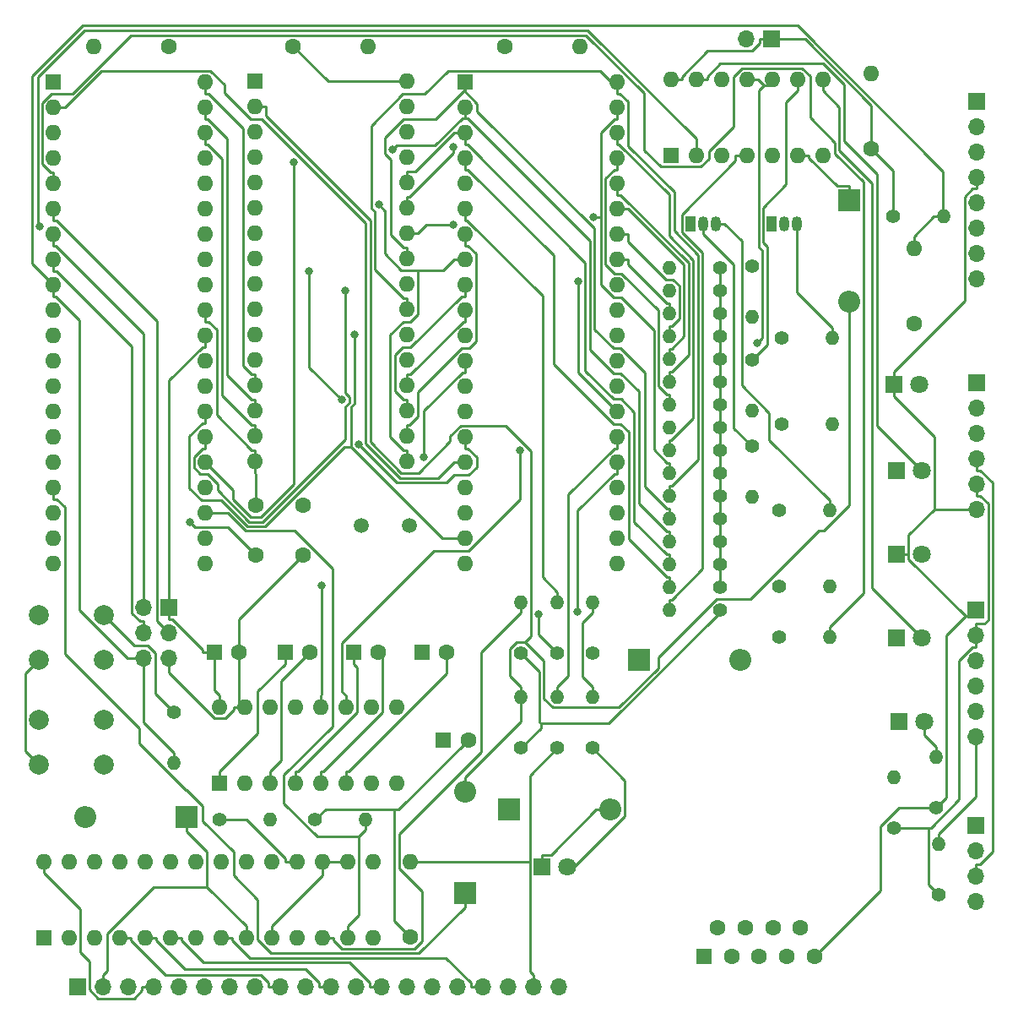
<source format=gbr>
%TF.GenerationSoftware,KiCad,Pcbnew,(6.0.5)*%
%TF.CreationDate,2022-06-12T01:05:44+10:00*%
%TF.ProjectId,gerb,67657262-2e6b-4696-9361-645f70636258,rev?*%
%TF.SameCoordinates,Original*%
%TF.FileFunction,Copper,L2,Bot*%
%TF.FilePolarity,Positive*%
%FSLAX46Y46*%
G04 Gerber Fmt 4.6, Leading zero omitted, Abs format (unit mm)*
G04 Created by KiCad (PCBNEW (6.0.5)) date 2022-06-12 01:05:44*
%MOMM*%
%LPD*%
G01*
G04 APERTURE LIST*
%TA.AperFunction,ComponentPad*%
%ADD10R,1.600000X1.600000*%
%TD*%
%TA.AperFunction,ComponentPad*%
%ADD11C,1.600000*%
%TD*%
%TA.AperFunction,ComponentPad*%
%ADD12C,1.400000*%
%TD*%
%TA.AperFunction,ComponentPad*%
%ADD13O,1.400000X1.400000*%
%TD*%
%TA.AperFunction,ComponentPad*%
%ADD14O,1.600000X1.600000*%
%TD*%
%TA.AperFunction,ComponentPad*%
%ADD15R,1.800000X1.800000*%
%TD*%
%TA.AperFunction,ComponentPad*%
%ADD16C,1.800000*%
%TD*%
%TA.AperFunction,ComponentPad*%
%ADD17R,1.700000X1.700000*%
%TD*%
%TA.AperFunction,ComponentPad*%
%ADD18O,1.700000X1.700000*%
%TD*%
%TA.AperFunction,ComponentPad*%
%ADD19R,2.200000X2.200000*%
%TD*%
%TA.AperFunction,ComponentPad*%
%ADD20O,2.200000X2.200000*%
%TD*%
%TA.AperFunction,ComponentPad*%
%ADD21R,1.050000X1.500000*%
%TD*%
%TA.AperFunction,ComponentPad*%
%ADD22O,1.050000X1.500000*%
%TD*%
%TA.AperFunction,ComponentPad*%
%ADD23C,2.000000*%
%TD*%
%TA.AperFunction,ComponentPad*%
%ADD24C,1.500000*%
%TD*%
%TA.AperFunction,ViaPad*%
%ADD25C,0.800000*%
%TD*%
%TA.AperFunction,Conductor*%
%ADD26C,0.250000*%
%TD*%
G04 APERTURE END LIST*
D10*
%TO.P,C13,1*%
%TO.N,Net-(C13-Pad1)*%
X68294900Y-102750000D03*
D11*
%TO.P,C13,2*%
%TO.N,+5V*%
X70794900Y-102750000D03*
%TD*%
D12*
%TO.P,R15,1*%
%TO.N,+5V*%
X96040000Y-80608000D03*
D13*
%TO.P,R15,2*%
%TO.N,A11*%
X90960000Y-80608000D03*
%TD*%
D12*
%TO.P,R6,1*%
%TO.N,+5V*%
X96040000Y-66892000D03*
D13*
%TO.P,R6,2*%
%TO.N,A6*%
X90960000Y-66892000D03*
%TD*%
D12*
%TO.P,R31,1*%
%TO.N,+5V*%
X55460000Y-110750000D03*
D13*
%TO.P,R31,2*%
%TO.N,SDA*%
X60540000Y-110750000D03*
%TD*%
D12*
%TO.P,R7,1*%
%TO.N,+5V*%
X96040000Y-69178000D03*
D13*
%TO.P,R7,2*%
%TO.N,A7*%
X90960000Y-69178000D03*
%TD*%
D12*
%TO.P,R37,1*%
%TO.N,Net-(R37-Pad1)*%
X45816000Y-110726000D03*
D13*
%TO.P,R37,2*%
%TO.N,+5V*%
X50896000Y-110726000D03*
%TD*%
D11*
%TO.P,C1,1*%
%TO.N,GND*%
X74500000Y-33250000D03*
D14*
%TO.P,C1,2*%
%TO.N,+5V*%
X82000000Y-33250000D03*
%TD*%
D12*
%TO.P,R21,1*%
%TO.N,GND*%
X102214000Y-71114000D03*
D13*
%TO.P,R21,2*%
%TO.N,Net-(D4-Pad1)*%
X107294000Y-71114000D03*
%TD*%
D11*
%TO.P,C4,1*%
%TO.N,+5V*%
X53250000Y-33250000D03*
D14*
%TO.P,C4,2*%
%TO.N,GND*%
X60750000Y-33250000D03*
%TD*%
D11*
%TO.P,C6,1*%
%TO.N,Net-(C6-Pad1)*%
X54250000Y-79258000D03*
%TO.P,C6,2*%
%TO.N,GND*%
X54250000Y-84258000D03*
%TD*%
D15*
%TO.P,D4,1,K*%
%TO.N,Net-(D4-Pad1)*%
X113750000Y-75750000D03*
D16*
%TO.P,D4,2,A*%
%TO.N,PB0*%
X116290000Y-75750000D03*
%TD*%
D10*
%TO.P,U3,1,PB0*%
%TO.N,PB0*%
X29205000Y-36835000D03*
D14*
%TO.P,U3,2,PB1*%
%TO.N,INT*%
X29205000Y-39375000D03*
%TO.P,U3,3,PB2*%
%TO.N,PB2*%
X29205000Y-41915000D03*
%TO.P,U3,4,PB3*%
%TO.N,WAIT*%
X29205000Y-44455000D03*
%TO.P,U3,5,PB4*%
%TO.N,SS*%
X29205000Y-46995000D03*
%TO.P,U3,6,PB5*%
%TO.N,MOSI*%
X29205000Y-49535000D03*
%TO.P,U3,7,PB6*%
%TO.N,MISO*%
X29205000Y-52075000D03*
%TO.P,U3,8,PB7*%
%TO.N,CSK*%
X29205000Y-54615000D03*
%TO.P,U3,9,~{RESET}*%
%TO.N,RST*%
X29205000Y-57155000D03*
%TO.P,U3,10,VCC*%
%TO.N,+5V*%
X29205000Y-59695000D03*
%TO.P,U3,11,GND*%
%TO.N,GND*%
X29205000Y-62235000D03*
%TO.P,U3,12,XTAL2*%
%TO.N,Net-(C6-Pad1)*%
X29205000Y-64775000D03*
%TO.P,U3,13,XTAL1*%
%TO.N,Net-(C5-Pad1)*%
X29205000Y-67315000D03*
%TO.P,U3,14,PD0*%
%TO.N,TX*%
X29205000Y-69855000D03*
%TO.P,U3,15,PD1*%
%TO.N,RX*%
X29205000Y-72395000D03*
%TO.P,U3,16,PD2*%
%TO.N,M1*%
X29205000Y-74935000D03*
%TO.P,U3,17,PD3*%
%TO.N,PD3*%
X29205000Y-77475000D03*
%TO.P,U3,18,PD4*%
%TO.N,PD4*%
X29205000Y-80015000D03*
%TO.P,U3,19,PD5*%
%TO.N,USR*%
X29205000Y-82555000D03*
%TO.P,U3,20,PD6*%
%TO.N,BUSREQ*%
X29205000Y-85095000D03*
%TO.P,U3,21,PD7*%
%TO.N,PD7*%
X44445000Y-85095000D03*
%TO.P,U3,22,PC0*%
%TO.N,SCL*%
X44445000Y-82555000D03*
%TO.P,U3,23,PC1*%
%TO.N,SDA*%
X44445000Y-80015000D03*
%TO.P,U3,24,PC2*%
%TO.N,A0*%
X44445000Y-77475000D03*
%TO.P,U3,25,PC3*%
%TO.N,WR*%
X44445000Y-74935000D03*
%TO.P,U3,26,PC4*%
%TO.N,RD*%
X44445000Y-72395000D03*
%TO.P,U3,27,PC5*%
%TO.N,MREQ*%
X44445000Y-69855000D03*
%TO.P,U3,28,PC6*%
%TO.N,PCB6*%
X44445000Y-67315000D03*
%TO.P,U3,29,PC7*%
%TO.N,RTS*%
X44445000Y-64775000D03*
%TO.P,U3,30,AVCC*%
%TO.N,+5V*%
X44445000Y-62235000D03*
%TO.P,U3,31,AGND*%
%TO.N,GND*%
X44445000Y-59695000D03*
%TO.P,U3,32,AREF*%
%TO.N,unconnected-(U3-Pad32)*%
X44445000Y-57155000D03*
%TO.P,U3,33,PA7*%
%TO.N,D7*%
X44445000Y-54615000D03*
%TO.P,U3,34,PA6*%
%TO.N,D6*%
X44445000Y-52075000D03*
%TO.P,U3,35,PA5*%
%TO.N,D5*%
X44445000Y-49535000D03*
%TO.P,U3,36,PA4*%
%TO.N,D4*%
X44445000Y-46995000D03*
%TO.P,U3,37,PA3*%
%TO.N,D3*%
X44445000Y-44455000D03*
%TO.P,U3,38,PA2*%
%TO.N,D2*%
X44445000Y-41915000D03*
%TO.P,U3,39,PA1*%
%TO.N,D1*%
X44445000Y-39375000D03*
%TO.P,U3,40,PA0*%
%TO.N,D0*%
X44445000Y-36835000D03*
%TD*%
D17*
%TO.P,J4,1,Pin_1*%
%TO.N,RTS*%
X121775000Y-38721000D03*
D18*
%TO.P,J4,2,Pin_2*%
%TO.N,Net-(J4-Pad2)*%
X121775000Y-41261000D03*
%TO.P,J4,3,Pin_3*%
%TO.N,Net-(J4-Pad3)*%
X121775000Y-43801000D03*
%TO.P,J4,4,Pin_4*%
%TO.N,GND*%
X121775000Y-46341000D03*
%TO.P,J4,5,Pin_5*%
%TO.N,+5V*%
X121775000Y-48881000D03*
%TO.P,J4,6,Pin_6*%
%TO.N,TX*%
X121775000Y-51421000D03*
%TO.P,J4,7,Pin_7*%
%TO.N,RX*%
X121775000Y-53961000D03*
%TO.P,J4,8,Pin_8*%
%TO.N,Net-(C3-Pad1)*%
X121775000Y-56501000D03*
%TD*%
D11*
%TO.P,C8,1*%
%TO.N,+5V*%
X65000000Y-122500000D03*
D14*
%TO.P,C8,2*%
%TO.N,GND*%
X65000000Y-115000000D03*
%TD*%
D12*
%TO.P,R2,1*%
%TO.N,+5V*%
X96040000Y-57748000D03*
D13*
%TO.P,R2,2*%
%TO.N,A2*%
X90960000Y-57748000D03*
%TD*%
D12*
%TO.P,R16,1*%
%TO.N,+5V*%
X96040000Y-82894000D03*
D13*
%TO.P,R16,2*%
%TO.N,A12*%
X90960000Y-82894000D03*
%TD*%
D19*
%TO.P,D2,1,K*%
%TO.N,Net-(D2-Pad1)*%
X109000000Y-48670000D03*
D20*
%TO.P,D2,2,A*%
%TO.N,Net-(D2-Pad2)*%
X109000000Y-58830000D03*
%TD*%
D12*
%TO.P,R17,1*%
%TO.N,+5V*%
X96040000Y-85180000D03*
D13*
%TO.P,R17,2*%
%TO.N,A13*%
X90960000Y-85180000D03*
%TD*%
D12*
%TO.P,R18,1*%
%TO.N,+5V*%
X96040000Y-87466000D03*
D13*
%TO.P,R18,2*%
%TO.N,A14*%
X90960000Y-87466000D03*
%TD*%
D12*
%TO.P,R29,1*%
%TO.N,Net-(Q2-Pad2)*%
X99250000Y-73346000D03*
D13*
%TO.P,R29,2*%
%TO.N,BUSACK*%
X99250000Y-78426000D03*
%TD*%
D17*
%TO.P,J2,1,VDD*%
%TO.N,+5V*%
X40790000Y-89475000D03*
D18*
%TO.P,J2,2,MISO*%
%TO.N,MISO*%
X38250000Y-89475000D03*
%TO.P,J2,3,MOSI*%
%TO.N,MOSI*%
X40790000Y-92015000D03*
%TO.P,J2,4,CSK*%
%TO.N,CSK*%
X38250000Y-92015000D03*
%TO.P,J2,5,GND*%
%TO.N,GND*%
X40790000Y-94555000D03*
%TO.P,J2,6,RST*%
%TO.N,RST*%
X38250000Y-94555000D03*
%TD*%
D11*
%TO.P,C7,1*%
%TO.N,+5V*%
X111250000Y-43500000D03*
D14*
%TO.P,C7,2*%
%TO.N,GND*%
X111250000Y-36000000D03*
%TD*%
D21*
%TO.P,Q1,1,E*%
%TO.N,+5V*%
X101230000Y-51000000D03*
D22*
%TO.P,Q1,2,B*%
%TO.N,Net-(Q1-Pad2)*%
X102500000Y-51000000D03*
%TO.P,Q1,3,C*%
%TO.N,Net-(Q1-Pad3)*%
X103770000Y-51000000D03*
%TD*%
D10*
%TO.P,U4,1,NC*%
%TO.N,unconnected-(U4-Pad1)*%
X49375000Y-36750000D03*
D14*
%TO.P,U4,2,A16*%
%TO.N,Net-(D2-Pad2)*%
X49375000Y-39290000D03*
%TO.P,U4,3,A14*%
%TO.N,A14*%
X49375000Y-41830000D03*
%TO.P,U4,4,A12*%
%TO.N,A12*%
X49375000Y-44370000D03*
%TO.P,U4,5,A7*%
%TO.N,A7*%
X49375000Y-46910000D03*
%TO.P,U4,6,A6*%
%TO.N,A6*%
X49375000Y-49450000D03*
%TO.P,U4,7,A5*%
%TO.N,A5*%
X49375000Y-51990000D03*
%TO.P,U4,8,A4*%
%TO.N,A4*%
X49375000Y-54530000D03*
%TO.P,U4,9,A3*%
%TO.N,A3*%
X49375000Y-57070000D03*
%TO.P,U4,10,A2*%
%TO.N,A2*%
X49375000Y-59610000D03*
%TO.P,U4,11,A1*%
%TO.N,A1*%
X49375000Y-62150000D03*
%TO.P,U4,12,A0*%
%TO.N,A0*%
X49375000Y-64690000D03*
%TO.P,U4,13,D0*%
%TO.N,D0*%
X49375000Y-67230000D03*
%TO.P,U4,14,D1*%
%TO.N,D1*%
X49375000Y-69770000D03*
%TO.P,U4,15,D2*%
%TO.N,D2*%
X49375000Y-72310000D03*
%TO.P,U4,16,GND*%
%TO.N,GND*%
X49375000Y-74850000D03*
%TO.P,U4,17,D3*%
%TO.N,D3*%
X64615000Y-74850000D03*
%TO.P,U4,18,D4*%
%TO.N,D4*%
X64615000Y-72310000D03*
%TO.P,U4,19,D5*%
%TO.N,D5*%
X64615000Y-69770000D03*
%TO.P,U4,20,D6*%
%TO.N,D6*%
X64615000Y-67230000D03*
%TO.P,U4,21,D7*%
%TO.N,D7*%
X64615000Y-64690000D03*
%TO.P,U4,22,CE1*%
%TO.N,MREQ*%
X64615000Y-62150000D03*
%TO.P,U4,23,A10*%
%TO.N,A10*%
X64615000Y-59610000D03*
%TO.P,U4,24,OE*%
%TO.N,RD*%
X64615000Y-57070000D03*
%TO.P,U4,25,A11*%
%TO.N,A11*%
X64615000Y-54530000D03*
%TO.P,U4,26,A9*%
%TO.N,A9*%
X64615000Y-51990000D03*
%TO.P,U4,27,A8*%
%TO.N,A8*%
X64615000Y-49450000D03*
%TO.P,U4,28,A13*%
%TO.N,A13*%
X64615000Y-46910000D03*
%TO.P,U4,29,R/W*%
%TO.N,WR*%
X64615000Y-44370000D03*
%TO.P,U4,30,CE2*%
%TO.N,PB2*%
X64615000Y-41830000D03*
%TO.P,U4,31,A15*%
%TO.N,Net-(U2-Pad3)*%
X64615000Y-39290000D03*
%TO.P,U4,32,VCC*%
%TO.N,+5V*%
X64615000Y-36750000D03*
%TD*%
D12*
%TO.P,R30,1*%
%TO.N,Net-(R30-Pad1)*%
X83250000Y-94040000D03*
D13*
%TO.P,R30,2*%
%TO.N,USR*%
X83250000Y-88960000D03*
%TD*%
D10*
%TO.P,C11,1*%
%TO.N,Net-(C11-Pad1)*%
X59294900Y-94000000D03*
D11*
%TO.P,C11,2*%
%TO.N,Net-(C11-Pad2)*%
X61794900Y-94000000D03*
%TD*%
D10*
%TO.P,U6,1,C1+*%
%TO.N,Net-(C10-Pad1)*%
X45850000Y-107050000D03*
D14*
%TO.P,U6,2,VS+*%
%TO.N,Net-(C13-Pad1)*%
X48390000Y-107050000D03*
%TO.P,U6,3,C1-*%
%TO.N,Net-(C10-Pad2)*%
X50930000Y-107050000D03*
%TO.P,U6,4,C2+*%
%TO.N,Net-(C11-Pad1)*%
X53470000Y-107050000D03*
%TO.P,U6,5,C2-*%
%TO.N,Net-(C11-Pad2)*%
X56010000Y-107050000D03*
%TO.P,U6,6,VS-*%
%TO.N,Net-(C12-Pad2)*%
X58550000Y-107050000D03*
%TO.P,U6,7,T2OUT*%
%TO.N,unconnected-(U6-Pad7)*%
X61090000Y-107050000D03*
%TO.P,U6,8,R2IN*%
%TO.N,unconnected-(U6-Pad8)*%
X63630000Y-107050000D03*
%TO.P,U6,9,R2OUT*%
%TO.N,unconnected-(U6-Pad9)*%
X63630000Y-99430000D03*
%TO.P,U6,10,T2IN*%
%TO.N,unconnected-(U6-Pad10)*%
X61090000Y-99430000D03*
%TO.P,U6,11,T1IN*%
%TO.N,RX*%
X58550000Y-99430000D03*
%TO.P,U6,12,R1OUT*%
%TO.N,TX*%
X56010000Y-99430000D03*
%TO.P,U6,13,R1IN*%
%TO.N,Net-(J8-Pad3)*%
X53470000Y-99430000D03*
%TO.P,U6,14,T1OUT*%
%TO.N,Net-(J8-Pad2)*%
X50930000Y-99430000D03*
%TO.P,U6,15,GND*%
%TO.N,GND*%
X48390000Y-99430000D03*
%TO.P,U6,16,VCC*%
%TO.N,+5V*%
X45850000Y-99430000D03*
%TD*%
D19*
%TO.P,D1,1,K*%
%TO.N,+5V*%
X42580000Y-110500000D03*
D20*
%TO.P,D1,2,A*%
%TO.N,RST*%
X32420000Y-110500000D03*
%TD*%
D12*
%TO.P,R33,1*%
%TO.N,+5V*%
X76066000Y-94044000D03*
D13*
%TO.P,R33,2*%
%TO.N,SCL*%
X76066000Y-88964000D03*
%TD*%
D12*
%TO.P,R1,1*%
%TO.N,+5V*%
X96040000Y-55462000D03*
D13*
%TO.P,R1,2*%
%TO.N,A1*%
X90960000Y-55462000D03*
%TD*%
%TO.P,R26,2*%
%TO.N,Net-(R26-Pad2)*%
X79750000Y-88960000D03*
D12*
%TO.P,R26,1*%
%TO.N,PD7*%
X79750000Y-94040000D03*
%TD*%
D23*
%TO.P,SW1,1,1*%
%TO.N,Net-(R10-Pad1)*%
X27750000Y-90250000D03*
X34250000Y-90250000D03*
%TO.P,SW1,2,2*%
%TO.N,GND*%
X27750000Y-94750000D03*
X34250000Y-94750000D03*
%TD*%
D12*
%TO.P,R34,1*%
%TO.N,+5V*%
X113500000Y-111540000D03*
D13*
%TO.P,R34,2*%
%TO.N,MISO*%
X113500000Y-106460000D03*
%TD*%
D12*
%TO.P,R23,1*%
%TO.N,Net-(D5-Pad2)*%
X102214000Y-62478000D03*
D13*
%TO.P,R23,2*%
%TO.N,Net-(Q1-Pad3)*%
X107294000Y-62478000D03*
%TD*%
D15*
%TO.P,D5,1,K*%
%TO.N,GND*%
X113496000Y-67114000D03*
D16*
%TO.P,D5,2,A*%
%TO.N,Net-(D5-Pad2)*%
X116036000Y-67114000D03*
%TD*%
D12*
%TO.P,R32,1*%
%TO.N,Net-(D8-Pad2)*%
X83250000Y-103540000D03*
D13*
%TO.P,R32,2*%
%TO.N,USR*%
X83250000Y-98460000D03*
%TD*%
D23*
%TO.P,SW2,1,1*%
%TO.N,Net-(R30-Pad1)*%
X34250000Y-100750000D03*
X27750000Y-100750000D03*
%TO.P,SW2,2,2*%
%TO.N,GND*%
X34250000Y-105250000D03*
X27750000Y-105250000D03*
%TD*%
D12*
%TO.P,R11,1*%
%TO.N,+5V*%
X113460000Y-50292000D03*
D13*
%TO.P,R11,2*%
%TO.N,RST*%
X118540000Y-50292000D03*
%TD*%
D10*
%TO.P,C10,1*%
%TO.N,Net-(C10-Pad1)*%
X52436900Y-94000000D03*
D11*
%TO.P,C10,2*%
%TO.N,Net-(C10-Pad2)*%
X54936900Y-94000000D03*
%TD*%
D14*
%TO.P,U2,14,VCC*%
%TO.N,+5V*%
X91125000Y-36566000D03*
%TO.P,U2,13*%
%TO.N,PB0*%
X93665000Y-36566000D03*
%TO.P,U2,12*%
%TO.N,Net-(D6-Pad2)*%
X96205000Y-36566000D03*
%TO.P,U2,11*%
%TO.N,WAIT*%
X98745000Y-36566000D03*
%TO.P,U2,10*%
X101285000Y-36566000D03*
%TO.P,U2,9*%
%TO.N,Net-(R22-Pad1)*%
X103825000Y-36566000D03*
%TO.P,U2,8*%
%TO.N,Net-(D6-Pad2)*%
X106365000Y-36566000D03*
%TO.P,U2,7,GND*%
%TO.N,GND*%
X106365000Y-44186000D03*
%TO.P,U2,6*%
%TO.N,Net-(D2-Pad1)*%
X103825000Y-44186000D03*
%TO.P,U2,5*%
%TO.N,A15*%
X101285000Y-44186000D03*
%TO.P,U2,4*%
X98745000Y-44186000D03*
%TO.P,U2,3*%
%TO.N,Net-(U2-Pad3)*%
X96205000Y-44186000D03*
%TO.P,U2,2*%
%TO.N,PD4*%
X93665000Y-44186000D03*
D10*
%TO.P,U2,1*%
%TO.N,Net-(D2-Pad1)*%
X91125000Y-44186000D03*
%TD*%
D12*
%TO.P,R24,1*%
%TO.N,Net-(Q1-Pad2)*%
X99250000Y-55312000D03*
D13*
%TO.P,R24,2*%
%TO.N,HALT*%
X99250000Y-60392000D03*
%TD*%
D15*
%TO.P,D8,1,K*%
%TO.N,Net-(D8-Pad1)*%
X78225000Y-115500000D03*
D16*
%TO.P,D8,2,A*%
%TO.N,Net-(D8-Pad2)*%
X80765000Y-115500000D03*
%TD*%
D12*
%TO.P,R13,1*%
%TO.N,+5V*%
X96040000Y-76036000D03*
D13*
%TO.P,R13,2*%
%TO.N,A9*%
X90960000Y-76036000D03*
%TD*%
D12*
%TO.P,R20,1*%
%TO.N,+5V*%
X76086000Y-103540000D03*
D13*
%TO.P,R20,2*%
%TO.N,Net-(D2-Pad2)*%
X76086000Y-98460000D03*
%TD*%
D17*
%TO.P,J6,1,Pin_1*%
%TO.N,GND*%
X121750000Y-89760000D03*
D18*
%TO.P,J6,2,Pin_2*%
%TO.N,+5V*%
X121750000Y-92300000D03*
%TO.P,J6,3,Pin_3*%
%TO.N,MISO*%
X121750000Y-94840000D03*
%TO.P,J6,4,Pin_4*%
%TO.N,MOSI*%
X121750000Y-97380000D03*
%TO.P,J6,5,Pin_5*%
%TO.N,CSK*%
X121750000Y-99920000D03*
%TO.P,J6,6,Pin_6*%
%TO.N,SS*%
X121750000Y-102460000D03*
%TD*%
D10*
%TO.P,J8,1,1*%
%TO.N,unconnected-(J8-Pad1)*%
X94450000Y-124440300D03*
D11*
%TO.P,J8,2,2*%
%TO.N,Net-(J8-Pad2)*%
X97220000Y-124440300D03*
%TO.P,J8,3,3*%
%TO.N,Net-(J8-Pad3)*%
X99990000Y-124440300D03*
%TO.P,J8,4,4*%
%TO.N,unconnected-(J8-Pad4)*%
X102760000Y-124440300D03*
%TO.P,J8,5,5*%
%TO.N,GND*%
X105530000Y-124440300D03*
%TO.P,J8,6,6*%
%TO.N,unconnected-(J8-Pad6)*%
X95835000Y-121600300D03*
%TO.P,J8,7,7*%
%TO.N,unconnected-(J8-Pad7)*%
X98605000Y-121600300D03*
%TO.P,J8,8,8*%
%TO.N,unconnected-(J8-Pad8)*%
X101375000Y-121600300D03*
%TO.P,J8,9,9*%
%TO.N,unconnected-(J8-Pad9)*%
X104145000Y-121600300D03*
%TD*%
D12*
%TO.P,R25,1*%
%TO.N,GND*%
X79750000Y-103540000D03*
D13*
%TO.P,R25,2*%
%TO.N,PCB6*%
X79750000Y-98460000D03*
%TD*%
D15*
%TO.P,D11,1,K*%
%TO.N,Net-(D10-Pad2)*%
X114004000Y-100896000D03*
D16*
%TO.P,D11,2,A*%
%TO.N,CSK*%
X116544000Y-100896000D03*
%TD*%
D17*
%TO.P,J7,1,Pin_1*%
%TO.N,+5V*%
X31650000Y-127475000D03*
D18*
%TO.P,J7,2,Pin_2*%
X34190000Y-127475000D03*
%TO.P,J7,3,Pin_3*%
%TO.N,Net-(J7-Pad3)*%
X36730000Y-127475000D03*
%TO.P,J7,4,Pin_4*%
%TO.N,Net-(J7-Pad4)*%
X39270000Y-127475000D03*
%TO.P,J7,5,Pin_5*%
%TO.N,Net-(J7-Pad5)*%
X41810000Y-127475000D03*
%TO.P,J7,6,Pin_6*%
%TO.N,Net-(J7-Pad6)*%
X44350000Y-127475000D03*
%TO.P,J7,7,Pin_7*%
%TO.N,Net-(J7-Pad7)*%
X46890000Y-127475000D03*
%TO.P,J7,8,Pin_8*%
%TO.N,Net-(J7-Pad8)*%
X49430000Y-127475000D03*
%TO.P,J7,9,Pin_9*%
%TO.N,Net-(J7-Pad9)*%
X51970000Y-127475000D03*
%TO.P,J7,10,Pin_10*%
%TO.N,Net-(J7-Pad10)*%
X54510000Y-127475000D03*
%TO.P,J7,11,Pin_11*%
%TO.N,Net-(J7-Pad11)*%
X57050000Y-127475000D03*
%TO.P,J7,12,Pin_12*%
%TO.N,Net-(J7-Pad12)*%
X59590000Y-127475000D03*
%TO.P,J7,13,Pin_13*%
%TO.N,Net-(J7-Pad13)*%
X62130000Y-127475000D03*
%TO.P,J7,14,Pin_14*%
%TO.N,Net-(J7-Pad14)*%
X64670000Y-127475000D03*
%TO.P,J7,15,Pin_15*%
%TO.N,Net-(J7-Pad15)*%
X67210000Y-127475000D03*
%TO.P,J7,16,Pin_16*%
%TO.N,Net-(J7-Pad16)*%
X69750000Y-127475000D03*
%TO.P,J7,17,Pin_17*%
%TO.N,Net-(J7-Pad17)*%
X72290000Y-127475000D03*
%TO.P,J7,18,Pin_18*%
%TO.N,Net-(J7-Pad18)*%
X74830000Y-127475000D03*
%TO.P,J7,19,Pin_19*%
%TO.N,GND*%
X77370000Y-127475000D03*
%TO.P,J7,20,Pin_20*%
X79910000Y-127475000D03*
%TD*%
D12*
%TO.P,R14,1*%
%TO.N,+5V*%
X96040000Y-78322000D03*
D13*
%TO.P,R14,2*%
%TO.N,A10*%
X90960000Y-78322000D03*
%TD*%
D19*
%TO.P,D9,1,K*%
%TO.N,+5V*%
X74920000Y-109750000D03*
D20*
%TO.P,D9,2,A*%
%TO.N,Net-(D8-Pad1)*%
X85080000Y-109750000D03*
%TD*%
D12*
%TO.P,R36,1*%
%TO.N,Net-(D10-Pad1)*%
X101960000Y-92450000D03*
D13*
%TO.P,R36,2*%
%TO.N,SS*%
X107040000Y-92450000D03*
%TD*%
D12*
%TO.P,R19,1*%
%TO.N,+5V*%
X96040000Y-89752000D03*
D13*
%TO.P,R19,2*%
%TO.N,A15*%
X90960000Y-89752000D03*
%TD*%
D11*
%TO.P,C2,1*%
%TO.N,+5V*%
X40750000Y-33250000D03*
D14*
%TO.P,C2,2*%
%TO.N,GND*%
X33250000Y-33250000D03*
%TD*%
D12*
%TO.P,R12,1*%
%TO.N,+5V*%
X96040000Y-73750000D03*
D13*
%TO.P,R12,2*%
%TO.N,A8*%
X90960000Y-73750000D03*
%TD*%
D12*
%TO.P,R8,1*%
%TO.N,+5V*%
X96040000Y-71464000D03*
D13*
%TO.P,R8,2*%
%TO.N,NMI*%
X90960000Y-71464000D03*
%TD*%
D12*
%TO.P,R4,1*%
%TO.N,+5V*%
X96040000Y-62320000D03*
D13*
%TO.P,R4,2*%
%TO.N,A4*%
X90960000Y-62320000D03*
%TD*%
D12*
%TO.P,R27,1*%
%TO.N,GND*%
X101960000Y-87370000D03*
D13*
%TO.P,R27,2*%
%TO.N,Net-(D6-Pad1)*%
X107040000Y-87370000D03*
%TD*%
D12*
%TO.P,R10,1*%
%TO.N,Net-(R10-Pad1)*%
X41250000Y-99960000D03*
D13*
%TO.P,R10,2*%
%TO.N,RST*%
X41250000Y-105040000D03*
%TD*%
D21*
%TO.P,Q2,1,E*%
%TO.N,+5V*%
X93102000Y-51000000D03*
D22*
%TO.P,Q2,2,B*%
%TO.N,Net-(Q2-Pad2)*%
X94372000Y-51000000D03*
%TO.P,Q2,3,C*%
%TO.N,Net-(Q2-Pad3)*%
X95642000Y-51000000D03*
%TD*%
D11*
%TO.P,C5,1*%
%TO.N,Net-(C5-Pad1)*%
X49510000Y-84258000D03*
%TO.P,C5,2*%
%TO.N,GND*%
X49510000Y-79258000D03*
%TD*%
D15*
%TO.P,D6,1,K*%
%TO.N,Net-(D6-Pad1)*%
X113750000Y-92514000D03*
D16*
%TO.P,D6,2,A*%
%TO.N,Net-(D6-Pad2)*%
X116290000Y-92514000D03*
%TD*%
D17*
%TO.P,J5,1,Pin_1*%
%TO.N,unconnected-(J5-Pad1)*%
X121775000Y-66925000D03*
D18*
%TO.P,J5,2,Pin_2*%
%TO.N,unconnected-(J5-Pad2)*%
X121775000Y-69465000D03*
%TO.P,J5,3,Pin_3*%
%TO.N,SCL*%
X121775000Y-72005000D03*
%TO.P,J5,4,Pin_4*%
%TO.N,SDA*%
X121775000Y-74545000D03*
%TO.P,J5,5,Pin_5*%
%TO.N,+5V*%
X121775000Y-77085000D03*
%TO.P,J5,6,Pin_6*%
%TO.N,GND*%
X121775000Y-79625000D03*
%TD*%
D17*
%TO.P,J1,1,Pin_1*%
%TO.N,+5V*%
X101250000Y-32525000D03*
D18*
%TO.P,J1,2,Pin_2*%
%TO.N,GND*%
X98710000Y-32525000D03*
%TD*%
D10*
%TO.P,U5,1,GPB0*%
%TO.N,Net-(J7-Pad3)*%
X28225000Y-122550000D03*
D14*
%TO.P,U5,2,GPB1*%
%TO.N,Net-(J7-Pad5)*%
X30765000Y-122550000D03*
%TO.P,U5,3,GPB2*%
%TO.N,Net-(J7-Pad7)*%
X33305000Y-122550000D03*
%TO.P,U5,4,GPB3*%
%TO.N,Net-(J7-Pad9)*%
X35845000Y-122550000D03*
%TO.P,U5,5,GPB4*%
%TO.N,Net-(J7-Pad11)*%
X38385000Y-122550000D03*
%TO.P,U5,6,GPB5*%
%TO.N,Net-(J7-Pad13)*%
X40925000Y-122550000D03*
%TO.P,U5,7,GPB6*%
%TO.N,Net-(J7-Pad15)*%
X43465000Y-122550000D03*
%TO.P,U5,8,GPB7*%
%TO.N,Net-(J7-Pad17)*%
X46005000Y-122550000D03*
%TO.P,U5,9,VDD*%
%TO.N,+5V*%
X48545000Y-122550000D03*
%TO.P,U5,10,VSS*%
%TO.N,GND*%
X51085000Y-122550000D03*
%TO.P,U5,11,NC*%
%TO.N,unconnected-(U5-Pad11)*%
X53625000Y-122550000D03*
%TO.P,U5,12,SCK*%
%TO.N,SCL*%
X56165000Y-122550000D03*
%TO.P,U5,13,SDA*%
%TO.N,SDA*%
X58705000Y-122550000D03*
%TO.P,U5,14,NC*%
%TO.N,unconnected-(U5-Pad14)*%
X61245000Y-122550000D03*
%TO.P,U5,15,A0*%
%TO.N,GND*%
X61245000Y-114930000D03*
%TO.P,U5,16,A1*%
X58705000Y-114930000D03*
%TO.P,U5,17,A2*%
X56165000Y-114930000D03*
%TO.P,U5,18,~{RESET}*%
%TO.N,Net-(R37-Pad1)*%
X53625000Y-114930000D03*
%TO.P,U5,19,INTB*%
%TO.N,unconnected-(U5-Pad19)*%
X51085000Y-114930000D03*
%TO.P,U5,20,INTA*%
%TO.N,unconnected-(U5-Pad20)*%
X48545000Y-114930000D03*
%TO.P,U5,21,GPA0*%
%TO.N,Net-(J7-Pad18)*%
X46005000Y-114930000D03*
%TO.P,U5,22,GPA1*%
%TO.N,Net-(J7-Pad16)*%
X43465000Y-114930000D03*
%TO.P,U5,23,GPA2*%
%TO.N,Net-(J7-Pad14)*%
X40925000Y-114930000D03*
%TO.P,U5,24,GPA3*%
%TO.N,Net-(J7-Pad12)*%
X38385000Y-114930000D03*
%TO.P,U5,25,GPA4*%
%TO.N,Net-(J7-Pad10)*%
X35845000Y-114930000D03*
%TO.P,U5,26,GPA5*%
%TO.N,Net-(J7-Pad8)*%
X33305000Y-114930000D03*
%TO.P,U5,27,GPA6*%
%TO.N,Net-(J7-Pad6)*%
X30765000Y-114930000D03*
%TO.P,U5,28,GPA7*%
%TO.N,Net-(J7-Pad4)*%
X28225000Y-114930000D03*
%TD*%
D12*
%TO.P,R28,1*%
%TO.N,Net-(D7-Pad2)*%
X101960000Y-79750000D03*
D13*
%TO.P,R28,2*%
%TO.N,Net-(Q2-Pad3)*%
X107040000Y-79750000D03*
%TD*%
D12*
%TO.P,R22,1*%
%TO.N,Net-(R22-Pad1)*%
X99250000Y-64710000D03*
D13*
%TO.P,R22,2*%
%TO.N,IORQ*%
X99250000Y-69790000D03*
%TD*%
D19*
%TO.P,D10,1,A*%
%TO.N,Net-(D10-Pad1)*%
X87920000Y-94750000D03*
D20*
%TO.P,D10,2,K*%
%TO.N,Net-(D10-Pad2)*%
X98080000Y-94750000D03*
%TD*%
D12*
%TO.P,R35,1*%
%TO.N,GND*%
X117750000Y-109540000D03*
D13*
%TO.P,R35,2*%
%TO.N,CSK*%
X117750000Y-104460000D03*
%TD*%
D10*
%TO.P,U1,1,A11*%
%TO.N,A11*%
X70500000Y-36835000D03*
D14*
%TO.P,U1,2,A12*%
%TO.N,A12*%
X70500000Y-39375000D03*
%TO.P,U1,3,A13*%
%TO.N,A13*%
X70500000Y-41915000D03*
%TO.P,U1,4,A14*%
%TO.N,A14*%
X70500000Y-44455000D03*
%TO.P,U1,5,A15*%
%TO.N,A15*%
X70500000Y-46995000D03*
%TO.P,U1,6,~{CLK}*%
%TO.N,Net-(R26-Pad2)*%
X70500000Y-49535000D03*
%TO.P,U1,7,D4*%
%TO.N,D4*%
X70500000Y-52075000D03*
%TO.P,U1,8,D3*%
%TO.N,D3*%
X70500000Y-54615000D03*
%TO.P,U1,9,D5*%
%TO.N,D5*%
X70500000Y-57155000D03*
%TO.P,U1,10,D6*%
%TO.N,D6*%
X70500000Y-59695000D03*
%TO.P,U1,11,VCC*%
%TO.N,+5V*%
X70500000Y-62235000D03*
%TO.P,U1,12,D2*%
%TO.N,D2*%
X70500000Y-64775000D03*
%TO.P,U1,13,D7*%
%TO.N,D7*%
X70500000Y-67315000D03*
%TO.P,U1,14,D0*%
%TO.N,D0*%
X70500000Y-69855000D03*
%TO.P,U1,15,D1*%
%TO.N,D1*%
X70500000Y-72395000D03*
%TO.P,U1,16,~{INT}*%
%TO.N,INT*%
X70500000Y-74935000D03*
%TO.P,U1,17,~{NMI}*%
%TO.N,NMI*%
X70500000Y-77475000D03*
%TO.P,U1,18,~{HALT}*%
%TO.N,HALT*%
X70500000Y-80015000D03*
%TO.P,U1,19,~{MREQ}*%
%TO.N,MREQ*%
X70500000Y-82555000D03*
%TO.P,U1,20,~{IORQ}*%
%TO.N,IORQ*%
X70500000Y-85095000D03*
%TO.P,U1,21,~{RD}*%
%TO.N,RD*%
X85740000Y-85095000D03*
%TO.P,U1,22,~{WR}*%
%TO.N,WR*%
X85740000Y-82555000D03*
%TO.P,U1,23,~{BUSACK}*%
%TO.N,BUSACK*%
X85740000Y-80015000D03*
%TO.P,U1,24,~{WAIT}*%
%TO.N,WAIT*%
X85740000Y-77475000D03*
%TO.P,U1,25,~{BUSRQ}*%
%TO.N,BUSREQ*%
X85740000Y-74935000D03*
%TO.P,U1,26,~{RESET}*%
%TO.N,PCB6*%
X85740000Y-72395000D03*
%TO.P,U1,27,~{M1}*%
%TO.N,Net-(JP2-Pad2)*%
X85740000Y-69855000D03*
%TO.P,U1,28,~{RFSH}*%
%TO.N,unconnected-(U1-Pad28)*%
X85740000Y-67315000D03*
%TO.P,U1,29,GND*%
%TO.N,GND*%
X85740000Y-64775000D03*
%TO.P,U1,30,A0*%
%TO.N,A0*%
X85740000Y-62235000D03*
%TO.P,U1,31,A1*%
%TO.N,A1*%
X85740000Y-59695000D03*
%TO.P,U1,32,A2*%
%TO.N,A2*%
X85740000Y-57155000D03*
%TO.P,U1,33,A3*%
%TO.N,A3*%
X85740000Y-54615000D03*
%TO.P,U1,34,A4*%
%TO.N,A4*%
X85740000Y-52075000D03*
%TO.P,U1,35,A5*%
%TO.N,A5*%
X85740000Y-49535000D03*
%TO.P,U1,36,A6*%
%TO.N,A6*%
X85740000Y-46995000D03*
%TO.P,U1,37,A7*%
%TO.N,A7*%
X85740000Y-44455000D03*
%TO.P,U1,38,A8*%
%TO.N,A8*%
X85740000Y-41915000D03*
%TO.P,U1,39,A9*%
%TO.N,A9*%
X85740000Y-39375000D03*
%TO.P,U1,40,A10*%
%TO.N,A10*%
X85740000Y-36835000D03*
%TD*%
D12*
%TO.P,R9,1*%
%TO.N,+5V*%
X118000000Y-118290000D03*
D13*
%TO.P,R9,2*%
%TO.N,SS*%
X118000000Y-113210000D03*
%TD*%
D10*
%TO.P,C9,1*%
%TO.N,+5V*%
X45324900Y-94000000D03*
D11*
%TO.P,C9,2*%
%TO.N,GND*%
X47824900Y-94000000D03*
%TD*%
D24*
%TO.P,Y1,1,1*%
%TO.N,Net-(C6-Pad1)*%
X60050000Y-81250000D03*
%TO.P,Y1,2,2*%
%TO.N,Net-(C5-Pad1)*%
X64930000Y-81250000D03*
%TD*%
D12*
%TO.P,R5,1*%
%TO.N,+5V*%
X96040000Y-64606000D03*
D13*
%TO.P,R5,2*%
%TO.N,A5*%
X90960000Y-64606000D03*
%TD*%
D19*
%TO.P,D3,1,K*%
%TO.N,PD3*%
X70500000Y-118080000D03*
D20*
%TO.P,D3,2,A*%
%TO.N,Net-(D2-Pad2)*%
X70500000Y-107920000D03*
%TD*%
D11*
%TO.P,C3,1*%
%TO.N,Net-(C3-Pad1)*%
X115500000Y-61000000D03*
D14*
%TO.P,C3,2*%
%TO.N,RST*%
X115500000Y-53500000D03*
%TD*%
D10*
%TO.P,C12,1*%
%TO.N,GND*%
X66152900Y-94000000D03*
D11*
%TO.P,C12,2*%
%TO.N,Net-(C12-Pad2)*%
X68652900Y-94000000D03*
%TD*%
D12*
%TO.P,R3,1*%
%TO.N,+5V*%
X96040000Y-60034000D03*
D13*
%TO.P,R3,2*%
%TO.N,A3*%
X90960000Y-60034000D03*
%TD*%
D15*
%TO.P,D7,1,K*%
%TO.N,GND*%
X113750000Y-84132000D03*
D16*
%TO.P,D7,2,A*%
%TO.N,Net-(D7-Pad2)*%
X116290000Y-84132000D03*
%TD*%
D18*
%TO.P,J3,4,Pin_4*%
%TO.N,+5V*%
X121750000Y-118970000D03*
%TO.P,J3,3,Pin_3*%
%TO.N,SDA*%
X121750000Y-116430000D03*
%TO.P,J3,2,Pin_2*%
%TO.N,SCL*%
X121750000Y-113890000D03*
D17*
%TO.P,J3,1,Pin_1*%
%TO.N,GND*%
X121750000Y-111350000D03*
%TD*%
D25*
%TO.N,PD4*%
X27813700Y-51316800D03*
%TO.N,BUSREQ*%
X81796700Y-89861400D03*
%TO.N,WAIT*%
X99778300Y-63010000D03*
%TO.N,WR*%
X53314700Y-44820500D03*
%TO.N,RD*%
X58459600Y-57758500D03*
%TO.N,MREQ*%
X59440600Y-62158900D03*
%TO.N,D1*%
X59791900Y-73112000D03*
%TO.N,D2*%
X66353000Y-74424800D03*
%TO.N,D5*%
X58141000Y-68660700D03*
X54873900Y-55800000D03*
%TO.N,D3*%
X61826700Y-49089100D03*
%TO.N,PD7*%
X77867600Y-90157600D03*
%TO.N,A12*%
X63217000Y-43603900D03*
%TO.N,A9*%
X83397000Y-50390600D03*
X69280800Y-51087500D03*
%TO.N,A8*%
X69291200Y-43329600D03*
%TO.N,Net-(JP2-Pad2)*%
X81835400Y-56757200D03*
%TO.N,RX*%
X76006000Y-73713400D03*
%TO.N,TX*%
X56087700Y-87263200D03*
%TO.N,Net-(C5-Pad1)*%
X42887300Y-80911900D03*
%TD*%
D26*
%TO.N,PD4*%
X27629300Y-51132400D02*
X27813700Y-51316800D01*
X27629300Y-36348200D02*
X27629300Y-51132400D01*
X32319100Y-31658400D02*
X27629300Y-36348200D01*
X82797400Y-31658400D02*
X32319100Y-31658400D01*
X93665000Y-42526000D02*
X82797400Y-31658400D01*
X93665000Y-44186000D02*
X93665000Y-42526000D01*
%TO.N,BUSREQ*%
X85740000Y-74935000D02*
X85740000Y-76060300D01*
X81796700Y-79722300D02*
X81796700Y-89861400D01*
X85458700Y-76060300D02*
X81796700Y-79722300D01*
X85740000Y-76060300D02*
X85458700Y-76060300D01*
%TO.N,WAIT*%
X101285000Y-36566000D02*
X101285000Y-37128600D01*
X98745000Y-36566000D02*
X99870300Y-36566000D01*
X101285000Y-37128600D02*
X100432900Y-37128600D01*
X100432900Y-37128600D02*
X99870300Y-36566000D01*
X100323300Y-62465000D02*
X99778300Y-63010000D01*
X100323300Y-53747000D02*
X100323300Y-62465000D01*
X99927100Y-53350800D02*
X100323300Y-53747000D01*
X99927100Y-37634400D02*
X99927100Y-53350800D01*
X100432900Y-37128600D02*
X99927100Y-37634400D01*
%TO.N,WR*%
X53314700Y-77086500D02*
X53314700Y-44820500D01*
X50013400Y-80387800D02*
X53314700Y-77086500D01*
X48969100Y-80387800D02*
X50013400Y-80387800D01*
X47204100Y-78622800D02*
X48969100Y-80387800D01*
X47204100Y-77694100D02*
X47204100Y-78622800D01*
X44445000Y-74935000D02*
X47204100Y-77694100D01*
%TO.N,RD*%
X44445000Y-72395000D02*
X44445000Y-73520300D01*
X58459600Y-67953500D02*
X58459600Y-57758500D01*
X58866300Y-68360200D02*
X58459600Y-67953500D01*
X58866300Y-68961200D02*
X58866300Y-68360200D01*
X58459600Y-69367900D02*
X58866300Y-68961200D01*
X58459600Y-72623600D02*
X58459600Y-69367900D01*
X50194900Y-80888300D02*
X58459600Y-72623600D01*
X48832700Y-80888300D02*
X50194900Y-80888300D01*
X45673900Y-77729500D02*
X48832700Y-80888300D01*
X45673900Y-77092300D02*
X45673900Y-77729500D01*
X44642000Y-76060400D02*
X45673900Y-77092300D01*
X43926500Y-76060400D02*
X44642000Y-76060400D01*
X43298200Y-75432100D02*
X43926500Y-76060400D01*
X43298200Y-74385800D02*
X43298200Y-75432100D01*
X44163700Y-73520300D02*
X43298200Y-74385800D01*
X44445000Y-73520300D02*
X44163700Y-73520300D01*
%TO.N,MREQ*%
X44445000Y-69855000D02*
X44445000Y-70980300D01*
X58398500Y-73412400D02*
X59066600Y-73412400D01*
X50472200Y-81338700D02*
X58398500Y-73412400D01*
X48646200Y-81338700D02*
X50472200Y-81338700D01*
X46052500Y-78745000D02*
X48646200Y-81338700D01*
X44052300Y-78745000D02*
X46052500Y-78745000D01*
X42847800Y-77540500D02*
X44052300Y-78745000D01*
X42847800Y-72296200D02*
X42847800Y-77540500D01*
X44163700Y-70980300D02*
X42847800Y-72296200D01*
X44445000Y-70980300D02*
X44163700Y-70980300D01*
X68209200Y-82555000D02*
X70500000Y-82555000D01*
X59066600Y-73412400D02*
X68209200Y-82555000D01*
X59440600Y-69023800D02*
X59440600Y-62158900D01*
X59066600Y-69397800D02*
X59440600Y-69023800D01*
X59066600Y-73412400D02*
X59066600Y-69397800D01*
%TO.N,INT*%
X70500000Y-74935000D02*
X69374700Y-74935000D01*
X29205000Y-39375000D02*
X30330300Y-39375000D01*
X34026300Y-35679000D02*
X30330300Y-39375000D01*
X44947300Y-35679000D02*
X34026300Y-35679000D01*
X46368400Y-37100100D02*
X44947300Y-35679000D01*
X46368400Y-37921400D02*
X46368400Y-37100100D01*
X48973800Y-40526800D02*
X46368400Y-37921400D01*
X50078200Y-40526800D02*
X48973800Y-40526800D01*
X60517200Y-50965800D02*
X50078200Y-40526800D01*
X60517200Y-73083200D02*
X60517200Y-50965800D01*
X63950000Y-76516000D02*
X60517200Y-73083200D01*
X67793700Y-76516000D02*
X63950000Y-76516000D01*
X69374700Y-74935000D02*
X67793700Y-76516000D01*
%TO.N,D1*%
X49375000Y-69770000D02*
X49375000Y-68644700D01*
X44445000Y-39375000D02*
X44445000Y-40500300D01*
X49093700Y-68644700D02*
X49375000Y-68644700D01*
X46619000Y-66170000D02*
X49093700Y-68644700D01*
X46619000Y-42469800D02*
X46619000Y-66170000D01*
X44649500Y-40500300D02*
X46619000Y-42469800D01*
X44445000Y-40500300D02*
X44649500Y-40500300D01*
X63648600Y-76968700D02*
X59791900Y-73112000D01*
X68610900Y-76968700D02*
X63648600Y-76968700D01*
X69374600Y-76205000D02*
X68610900Y-76968700D01*
X70824900Y-76205000D02*
X69374600Y-76205000D01*
X71639300Y-75390600D02*
X70824900Y-76205000D01*
X71639300Y-74378300D02*
X71639300Y-75390600D01*
X70781300Y-73520300D02*
X71639300Y-74378300D01*
X70500000Y-73520300D02*
X70781300Y-73520300D01*
X70500000Y-72395000D02*
X70500000Y-73520300D01*
%TO.N,D0*%
X44726300Y-37960300D02*
X44445000Y-37960300D01*
X48249700Y-41483700D02*
X44726300Y-37960300D01*
X48249700Y-65260800D02*
X48249700Y-41483700D01*
X49093600Y-66104700D02*
X48249700Y-65260800D01*
X49375000Y-66104700D02*
X49093600Y-66104700D01*
X49375000Y-67230000D02*
X49375000Y-66104700D01*
X44445000Y-36835000D02*
X44445000Y-37960300D01*
%TO.N,D2*%
X49375000Y-72310000D02*
X49375000Y-71184700D01*
X44445000Y-41915000D02*
X44445000Y-43040300D01*
X49093700Y-71184700D02*
X49375000Y-71184700D01*
X46140300Y-68231300D02*
X49093700Y-71184700D01*
X46140300Y-44531100D02*
X46140300Y-68231300D01*
X44649500Y-43040300D02*
X46140300Y-44531100D01*
X44445000Y-43040300D02*
X44649500Y-43040300D01*
X66353000Y-69766000D02*
X66353000Y-74424800D01*
X70218700Y-65900300D02*
X66353000Y-69766000D01*
X70500000Y-65900300D02*
X70218700Y-65900300D01*
X70500000Y-64775000D02*
X70500000Y-65900300D01*
%TO.N,D6*%
X65000600Y-66104700D02*
X64615000Y-66104700D01*
X70285000Y-60820300D02*
X65000600Y-66104700D01*
X70500000Y-60820300D02*
X70285000Y-60820300D01*
X70500000Y-59695000D02*
X70500000Y-60820300D01*
X64615000Y-67230000D02*
X64615000Y-66104700D01*
%TO.N,D5*%
X64333600Y-68644700D02*
X64615000Y-68644700D01*
X63489700Y-67800800D02*
X64333600Y-68644700D01*
X63489700Y-64185700D02*
X63489700Y-67800800D01*
X64255400Y-63420000D02*
X63489700Y-64185700D01*
X65021400Y-63420000D02*
X64255400Y-63420000D01*
X70161100Y-58280300D02*
X65021400Y-63420000D01*
X70500000Y-58280300D02*
X70161100Y-58280300D01*
X70500000Y-57155000D02*
X70500000Y-58280300D01*
X64615000Y-69770000D02*
X64615000Y-68644700D01*
X54873900Y-65393600D02*
X54873900Y-55800000D01*
X58141000Y-68660700D02*
X54873900Y-65393600D01*
%TO.N,D3*%
X70500000Y-54615000D02*
X69374700Y-54615000D01*
X64615000Y-74850000D02*
X64615000Y-73724700D01*
X64333700Y-73724700D02*
X64615000Y-73724700D01*
X63002400Y-72393400D02*
X64333700Y-73724700D01*
X63002400Y-62159800D02*
X63002400Y-72393400D01*
X64282200Y-60880000D02*
X63002400Y-62159800D01*
X65017600Y-60880000D02*
X64282200Y-60880000D01*
X65792200Y-60105400D02*
X65017600Y-60880000D01*
X65792200Y-55656500D02*
X65792200Y-60105400D01*
X68333200Y-55656500D02*
X69374700Y-54615000D01*
X65792200Y-55656500D02*
X68333200Y-55656500D01*
X62485800Y-49748200D02*
X61826700Y-49089100D01*
X62485800Y-54039000D02*
X62485800Y-49748200D01*
X64103300Y-55656500D02*
X62485800Y-54039000D01*
X65792200Y-55656500D02*
X64103300Y-55656500D01*
%TO.N,D4*%
X70781400Y-53200300D02*
X70500000Y-53200300D01*
X71625300Y-54044200D02*
X70781400Y-53200300D01*
X71625300Y-62766700D02*
X71625300Y-54044200D01*
X70887000Y-63505000D02*
X71625300Y-62766700D01*
X70148600Y-63505000D02*
X70887000Y-63505000D01*
X65740300Y-67913300D02*
X70148600Y-63505000D01*
X65740300Y-70340800D02*
X65740300Y-67913300D01*
X64896400Y-71184700D02*
X65740300Y-70340800D01*
X64615000Y-71184700D02*
X64896400Y-71184700D01*
X64615000Y-72310000D02*
X64615000Y-71184700D01*
X70500000Y-52075000D02*
X70500000Y-53200300D01*
%TO.N,Net-(R37-Pad1)*%
X48577000Y-110726000D02*
X45816000Y-110726000D01*
X52499700Y-114648700D02*
X48577000Y-110726000D01*
X52499700Y-114930000D02*
X52499700Y-114648700D01*
X53625000Y-114930000D02*
X52499700Y-114930000D01*
%TO.N,USR*%
X82224700Y-91010600D02*
X83250000Y-89985300D01*
X82224700Y-96409400D02*
X82224700Y-91010600D01*
X83250000Y-97434700D02*
X82224700Y-96409400D01*
X83250000Y-98460000D02*
X83250000Y-97434700D01*
X83250000Y-88960000D02*
X83250000Y-89985300D01*
%TO.N,Net-(R26-Pad2)*%
X70500000Y-49535000D02*
X70500000Y-50660300D01*
X79750000Y-88960000D02*
X79750000Y-87934700D01*
X78274400Y-86459100D02*
X79750000Y-87934700D01*
X78274400Y-58230200D02*
X78274400Y-86459100D01*
X70704500Y-50660300D02*
X78274400Y-58230200D01*
X70500000Y-50660300D02*
X70704500Y-50660300D01*
%TO.N,PD7*%
X77867600Y-92157600D02*
X77867600Y-90157600D01*
X79750000Y-94040000D02*
X77867600Y-92157600D01*
%TO.N,PCB6*%
X85740000Y-72395000D02*
X85740000Y-73520300D01*
X79750000Y-98460000D02*
X79750000Y-97434700D01*
X85458700Y-73520300D02*
X85740000Y-73520300D01*
X80834900Y-78144100D02*
X85458700Y-73520300D01*
X80834900Y-96349800D02*
X80834900Y-78144100D01*
X79750000Y-97434700D02*
X80834900Y-96349800D01*
%TO.N,Net-(R22-Pad1)*%
X103825000Y-36566000D02*
X103825000Y-37691300D01*
X102699700Y-38816600D02*
X103825000Y-37691300D01*
X102699700Y-47072000D02*
X102699700Y-38816600D01*
X100379600Y-49392100D02*
X102699700Y-47072000D01*
X100379600Y-52941100D02*
X100379600Y-49392100D01*
X100773600Y-53335100D02*
X100379600Y-52941100D01*
X100773600Y-63186400D02*
X100773600Y-53335100D01*
X99250000Y-64710000D02*
X100773600Y-63186400D01*
%TO.N,A15*%
X98745000Y-44186000D02*
X97619700Y-44186000D01*
X90960000Y-89752000D02*
X90960000Y-88726700D01*
X97619700Y-44725400D02*
X97619700Y-44186000D01*
X92251600Y-50093500D02*
X97619700Y-44725400D01*
X92251600Y-51886200D02*
X92251600Y-50093500D01*
X94326000Y-53960600D02*
X92251600Y-51886200D01*
X94326000Y-85617000D02*
X94326000Y-53960600D01*
X91216300Y-88726700D02*
X94326000Y-85617000D01*
X90960000Y-88726700D02*
X91216300Y-88726700D01*
%TO.N,A14*%
X90703700Y-86440700D02*
X90960000Y-86440700D01*
X86895800Y-82632800D02*
X90703700Y-86440700D01*
X86895800Y-71908300D02*
X86895800Y-82632800D01*
X86112500Y-71125000D02*
X86895800Y-71908300D01*
X85401300Y-71125000D02*
X86112500Y-71125000D01*
X79400200Y-65123900D02*
X85401300Y-71125000D01*
X79400200Y-54199200D02*
X79400200Y-65123900D01*
X70781300Y-45580300D02*
X79400200Y-54199200D01*
X70500000Y-45580300D02*
X70781300Y-45580300D01*
X70500000Y-44455000D02*
X70500000Y-45580300D01*
X90960000Y-87466000D02*
X90960000Y-86440700D01*
%TO.N,A13*%
X65505000Y-45784700D02*
X64615000Y-45784700D01*
X69374700Y-41915000D02*
X65505000Y-45784700D01*
X64615000Y-46910000D02*
X64615000Y-45784700D01*
X69937400Y-41915000D02*
X70003700Y-41915000D01*
X69937400Y-41915000D02*
X69374700Y-41915000D01*
X70500000Y-41915000D02*
X70003700Y-41915000D01*
X90960000Y-85180000D02*
X90960000Y-84154700D01*
X70500000Y-41915000D02*
X70500000Y-43040300D01*
X70707800Y-43040300D02*
X70500000Y-43040300D01*
X82560700Y-54893200D02*
X70707800Y-43040300D01*
X82560700Y-65751200D02*
X82560700Y-54893200D01*
X85394500Y-68585000D02*
X82560700Y-65751200D01*
X86126700Y-68585000D02*
X85394500Y-68585000D01*
X87458000Y-69916300D02*
X86126700Y-68585000D01*
X87458000Y-80909100D02*
X87458000Y-69916300D01*
X90703600Y-84154700D02*
X87458000Y-80909100D01*
X90960000Y-84154700D02*
X90703600Y-84154700D01*
%TO.N,A12*%
X90960000Y-82894000D02*
X90960000Y-81868700D01*
X70500000Y-39375000D02*
X70500000Y-40429400D01*
X70710500Y-40429400D02*
X70500000Y-40429400D01*
X83011000Y-52729900D02*
X70710500Y-40429400D01*
X83011000Y-63694600D02*
X83011000Y-52729900D01*
X85361400Y-66045000D02*
X83011000Y-63694600D01*
X86109000Y-66045000D02*
X85361400Y-66045000D01*
X87908300Y-67844300D02*
X86109000Y-66045000D01*
X87908300Y-79073400D02*
X87908300Y-67844300D01*
X90703600Y-81868700D02*
X87908300Y-79073400D01*
X90960000Y-81868700D02*
X90703600Y-81868700D01*
X63647100Y-43173800D02*
X63217000Y-43603900D01*
X67479000Y-43173800D02*
X63647100Y-43173800D01*
X70223400Y-40429400D02*
X67479000Y-43173800D01*
X70500000Y-40429400D02*
X70223400Y-40429400D01*
%TO.N,A11*%
X70500000Y-36835000D02*
X70500000Y-37541500D01*
X64615000Y-54530000D02*
X64615000Y-53404700D01*
X70379100Y-37662400D02*
X70500000Y-37541500D01*
X90960000Y-80608000D02*
X90960000Y-79582700D01*
X71723600Y-39006900D02*
X70379100Y-37662400D01*
X71723600Y-39743000D02*
X71723600Y-39006900D01*
X83461300Y-51480700D02*
X71723600Y-39743000D01*
X83461300Y-61599600D02*
X83461300Y-51480700D01*
X85366700Y-63505000D02*
X83461300Y-61599600D01*
X86116100Y-63505000D02*
X85366700Y-63505000D01*
X88516700Y-65905600D02*
X86116100Y-63505000D01*
X88516700Y-77395800D02*
X88516700Y-65905600D01*
X90703600Y-79582700D02*
X88516700Y-77395800D01*
X90960000Y-79582700D02*
X90703600Y-79582700D01*
X67541100Y-40500400D02*
X70379100Y-37662400D01*
X64346000Y-40500400D02*
X67541100Y-40500400D01*
X62481000Y-42365400D02*
X64346000Y-40500400D01*
X62481000Y-44046800D02*
X62481000Y-42365400D01*
X63039400Y-44605200D02*
X62481000Y-44046800D01*
X63039400Y-52110500D02*
X63039400Y-44605200D01*
X64333600Y-53404700D02*
X63039400Y-52110500D01*
X64615000Y-53404700D02*
X64333600Y-53404700D01*
%TO.N,A10*%
X91216300Y-77296700D02*
X90960000Y-77296700D01*
X93875600Y-74637400D02*
X91216300Y-77296700D01*
X93875600Y-54147100D02*
X93875600Y-74637400D01*
X91471500Y-51743000D02*
X93875600Y-54147100D01*
X91471500Y-47849900D02*
X91471500Y-51743000D01*
X86865300Y-43243700D02*
X91471500Y-47849900D01*
X86865300Y-38804200D02*
X86865300Y-43243700D01*
X86021400Y-37960300D02*
X86865300Y-38804200D01*
X85740000Y-37960300D02*
X86021400Y-37960300D01*
X90960000Y-78322000D02*
X90960000Y-77296700D01*
X85740000Y-36835000D02*
X85740000Y-37397600D01*
X85740000Y-37397600D02*
X85740000Y-37960300D01*
X64333700Y-58484700D02*
X64615000Y-58484700D01*
X61462000Y-55613000D02*
X64333700Y-58484700D01*
X61462000Y-49814500D02*
X61462000Y-55613000D01*
X61067700Y-49420200D02*
X61462000Y-49814500D01*
X61067700Y-41213200D02*
X61067700Y-49420200D01*
X64260900Y-38020000D02*
X61067700Y-41213200D01*
X66455700Y-38020000D02*
X64260900Y-38020000D01*
X68769700Y-35706000D02*
X66455700Y-38020000D01*
X84048400Y-35706000D02*
X68769700Y-35706000D01*
X85740000Y-37397600D02*
X84048400Y-35706000D01*
X64615000Y-59610000D02*
X64615000Y-58484700D01*
%TO.N,A9*%
X85740000Y-39375000D02*
X85740000Y-40500300D01*
X90960000Y-76036000D02*
X90960000Y-75010700D01*
X66642800Y-51087500D02*
X65740300Y-51990000D01*
X69280800Y-51087500D02*
X66642800Y-51087500D01*
X64615000Y-51990000D02*
X65740300Y-51990000D01*
X84127200Y-50390600D02*
X83397000Y-50390600D01*
X84127200Y-57168900D02*
X84127200Y-50390600D01*
X85383300Y-58425000D02*
X84127200Y-57168900D01*
X86124300Y-58425000D02*
X85383300Y-58425000D01*
X89443700Y-61744400D02*
X86124300Y-58425000D01*
X89443700Y-73683800D02*
X89443700Y-61744400D01*
X90770600Y-75010700D02*
X89443700Y-73683800D01*
X90960000Y-75010700D02*
X90770600Y-75010700D01*
X85485800Y-40500300D02*
X85740000Y-40500300D01*
X84127200Y-41858900D02*
X85485800Y-40500300D01*
X84127200Y-50390600D02*
X84127200Y-41858900D01*
%TO.N,A8*%
X90960000Y-73750000D02*
X90960000Y-72724700D01*
X85740000Y-41915000D02*
X85740000Y-43040300D01*
X69291200Y-43929800D02*
X69291200Y-43329600D01*
X64896300Y-48324700D02*
X69291200Y-43929800D01*
X64615000Y-48324700D02*
X64896300Y-48324700D01*
X64615000Y-49450000D02*
X64615000Y-48324700D01*
X91168300Y-72724700D02*
X90960000Y-72724700D01*
X93385200Y-70507800D02*
X91168300Y-72724700D01*
X93385200Y-54657100D02*
X93385200Y-70507800D01*
X90955400Y-52227300D02*
X93385200Y-54657100D01*
X90955400Y-48070600D02*
X90955400Y-52227300D01*
X85925100Y-43040300D02*
X90955400Y-48070600D01*
X85740000Y-43040300D02*
X85925100Y-43040300D01*
%TO.N,Net-(R10-Pad1)*%
X37285000Y-93285000D02*
X34250000Y-90250000D01*
X38681000Y-93285000D02*
X37285000Y-93285000D01*
X39425400Y-94029400D02*
X38681000Y-93285000D01*
X39425400Y-98135400D02*
X39425400Y-94029400D01*
X41250000Y-99960000D02*
X39425400Y-98135400D01*
%TO.N,A7*%
X85740000Y-44455000D02*
X85740000Y-45580300D01*
X90960000Y-69178000D02*
X90960000Y-68152700D01*
X85458700Y-45580300D02*
X85740000Y-45580300D01*
X84577600Y-46461400D02*
X85458700Y-45580300D01*
X84577600Y-55091300D02*
X84577600Y-46461400D01*
X85484200Y-55997900D02*
X84577600Y-55091300D01*
X86174800Y-55997900D02*
X85484200Y-55997900D01*
X89894000Y-59717100D02*
X86174800Y-55997900D01*
X89894000Y-67276100D02*
X89894000Y-59717100D01*
X90770600Y-68152700D02*
X89894000Y-67276100D01*
X90960000Y-68152700D02*
X90770600Y-68152700D01*
%TO.N,A6*%
X91216300Y-65866700D02*
X90960000Y-65866700D01*
X92934800Y-64148200D02*
X91216300Y-65866700D01*
X92934800Y-54961500D02*
X92934800Y-64148200D01*
X86093600Y-48120300D02*
X92934800Y-54961500D01*
X85740000Y-48120300D02*
X86093600Y-48120300D01*
X85740000Y-46995000D02*
X85740000Y-48120300D01*
X90960000Y-66892000D02*
X90960000Y-65866700D01*
%TO.N,A5*%
X90960000Y-64606000D02*
X90960000Y-63580700D01*
X85740000Y-49535000D02*
X86865300Y-49535000D01*
X91216300Y-63580700D02*
X90960000Y-63580700D01*
X92460500Y-62336500D02*
X91216300Y-63580700D01*
X92460500Y-55130200D02*
X92460500Y-62336500D01*
X86865300Y-49535000D02*
X92460500Y-55130200D01*
%TO.N,A4*%
X91216400Y-61294700D02*
X90960000Y-61294700D01*
X91985300Y-60525800D02*
X91216400Y-61294700D01*
X91985300Y-57248100D02*
X91985300Y-60525800D01*
X91342200Y-56605000D02*
X91985300Y-57248100D01*
X90638600Y-56605000D02*
X91342200Y-56605000D01*
X86865300Y-52831700D02*
X90638600Y-56605000D01*
X86865300Y-52075000D02*
X86865300Y-52831700D01*
X85740000Y-52075000D02*
X86865300Y-52075000D01*
X90960000Y-62320000D02*
X90960000Y-61294700D01*
%TO.N,A3*%
X86865300Y-55120600D02*
X86865300Y-54615000D01*
X90753400Y-59008700D02*
X86865300Y-55120600D01*
X90960000Y-59008700D02*
X90753400Y-59008700D01*
X90960000Y-60034000D02*
X90960000Y-59008700D01*
X85740000Y-54615000D02*
X86865300Y-54615000D01*
%TO.N,Net-(Q2-Pad3)*%
X98224600Y-52732300D02*
X96492300Y-51000000D01*
X98224600Y-67250000D02*
X98224600Y-52732300D01*
X100998700Y-70024100D02*
X98224600Y-67250000D01*
X100998700Y-72683400D02*
X100998700Y-70024100D01*
X107040000Y-78724700D02*
X100998700Y-72683400D01*
X107040000Y-79750000D02*
X107040000Y-78724700D01*
X95642000Y-51000000D02*
X96492300Y-51000000D01*
%TO.N,Net-(Q2-Pad2)*%
X97410700Y-71506700D02*
X99250000Y-73346000D01*
X97410700Y-55114000D02*
X97410700Y-71506700D01*
X94372000Y-52075300D02*
X97410700Y-55114000D01*
X94372000Y-51000000D02*
X94372000Y-52075300D01*
%TO.N,Net-(Q1-Pad3)*%
X103770000Y-57928700D02*
X103770000Y-51000000D01*
X107294000Y-61452700D02*
X103770000Y-57928700D01*
X107294000Y-62478000D02*
X107294000Y-61452700D01*
%TO.N,Net-(JP2-Pad2)*%
X81835400Y-65950400D02*
X81835400Y-56757200D01*
X85740000Y-69855000D02*
X81835400Y-65950400D01*
%TO.N,Net-(J7-Pad17)*%
X46005000Y-122550000D02*
X47130300Y-122550000D01*
X72290000Y-127475000D02*
X71114700Y-127475000D01*
X47130300Y-122831300D02*
X47130300Y-122550000D01*
X48875100Y-124576100D02*
X47130300Y-122831300D01*
X68583100Y-124576100D02*
X48875100Y-124576100D01*
X71114700Y-127107700D02*
X68583100Y-124576100D01*
X71114700Y-127475000D02*
X71114700Y-127107700D01*
%TO.N,Net-(J7-Pad13)*%
X40925000Y-122550000D02*
X42050300Y-122550000D01*
X62130000Y-127475000D02*
X60954700Y-127475000D01*
X42050300Y-122831300D02*
X42050300Y-122550000D01*
X44245500Y-125026500D02*
X42050300Y-122831300D01*
X58873500Y-125026500D02*
X44245500Y-125026500D01*
X60954700Y-127107700D02*
X58873500Y-125026500D01*
X60954700Y-127475000D02*
X60954700Y-127107700D01*
%TO.N,Net-(J7-Pad11)*%
X55874700Y-127107700D02*
X55874700Y-127475000D01*
X54495900Y-125728900D02*
X55874700Y-127107700D01*
X42407900Y-125728900D02*
X54495900Y-125728900D01*
X39510300Y-122831300D02*
X42407900Y-125728900D01*
X39510300Y-122550000D02*
X39510300Y-122831300D01*
X38385000Y-122550000D02*
X39510300Y-122550000D01*
X57050000Y-127475000D02*
X55874700Y-127475000D01*
%TO.N,Net-(J7-Pad9)*%
X50794700Y-127107600D02*
X50794700Y-127475000D01*
X49986800Y-126299700D02*
X50794700Y-127107600D01*
X40438700Y-126299700D02*
X49986800Y-126299700D01*
X36970300Y-122831300D02*
X40438700Y-126299700D01*
X36970300Y-122550000D02*
X36970300Y-122831300D01*
X35845000Y-122550000D02*
X36970300Y-122550000D01*
X51970000Y-127475000D02*
X50794700Y-127475000D01*
%TO.N,Net-(J7-Pad4)*%
X38094700Y-127842400D02*
X38094700Y-127475000D01*
X37286800Y-128650300D02*
X38094700Y-127842400D01*
X33693300Y-128650300D02*
X37286800Y-128650300D01*
X32825400Y-127782400D02*
X33693300Y-128650300D01*
X32825400Y-124946000D02*
X32825400Y-127782400D01*
X31890400Y-124011000D02*
X32825400Y-124946000D01*
X31890400Y-119720700D02*
X31890400Y-124011000D01*
X28225000Y-116055300D02*
X31890400Y-119720700D01*
X28225000Y-114930000D02*
X28225000Y-116055300D01*
X39270000Y-127475000D02*
X38094700Y-127475000D01*
%TO.N,SS*%
X118000000Y-113210000D02*
X118000000Y-112184700D01*
X121750000Y-102460000D02*
X121750000Y-103635300D01*
X121750000Y-108434700D02*
X121750000Y-103635300D01*
X118000000Y-112184700D02*
X121750000Y-108434700D01*
X107040000Y-92450000D02*
X107040000Y-91424700D01*
X29205000Y-46995000D02*
X29205000Y-45869700D01*
X28923600Y-45869700D02*
X29205000Y-45869700D01*
X28079700Y-45025800D02*
X28923600Y-45869700D01*
X28079700Y-38904400D02*
X28079700Y-45025800D01*
X29023700Y-37960400D02*
X28079700Y-38904400D01*
X31100800Y-37960400D02*
X29023700Y-37960400D01*
X36936600Y-32124600D02*
X31100800Y-37960400D01*
X82622200Y-32124600D02*
X36936600Y-32124600D01*
X88441500Y-37943900D02*
X82622200Y-32124600D01*
X88441500Y-43632500D02*
X88441500Y-37943900D01*
X90120400Y-45311400D02*
X88441500Y-43632500D01*
X94141400Y-45311400D02*
X90120400Y-45311400D01*
X94935000Y-44517800D02*
X94141400Y-45311400D01*
X94935000Y-43724000D02*
X94935000Y-44517800D01*
X97394600Y-41264400D02*
X94935000Y-43724000D01*
X97394600Y-36314700D02*
X97394600Y-41264400D01*
X98273300Y-35436000D02*
X97394600Y-36314700D01*
X104317000Y-35436000D02*
X98273300Y-35436000D01*
X105095000Y-36214000D02*
X104317000Y-35436000D01*
X105095000Y-40390600D02*
X105095000Y-36214000D01*
X107574700Y-42870300D02*
X105095000Y-40390600D01*
X107574700Y-43984800D02*
X107574700Y-42870300D01*
X110425400Y-46835500D02*
X107574700Y-43984800D01*
X110425400Y-88039300D02*
X110425400Y-46835500D01*
X107040000Y-91424700D02*
X110425400Y-88039300D01*
%TO.N,RX*%
X58550000Y-99430000D02*
X58550000Y-98304700D01*
X58169500Y-97924200D02*
X58550000Y-98304700D01*
X58169500Y-93059600D02*
X58169500Y-97924200D01*
X67404100Y-83825000D02*
X58169500Y-93059600D01*
X70841600Y-83825000D02*
X67404100Y-83825000D01*
X76006000Y-78660600D02*
X70841600Y-83825000D01*
X76006000Y-73713400D02*
X76006000Y-78660600D01*
%TO.N,TX*%
X56087700Y-98227000D02*
X56087700Y-87263200D01*
X56010000Y-98304700D02*
X56087700Y-98227000D01*
X56010000Y-99430000D02*
X56010000Y-98304700D01*
%TO.N,SDA*%
X58705000Y-122550000D02*
X58705000Y-121424700D01*
X60540000Y-110750000D02*
X60540000Y-111775300D01*
X44445000Y-80015000D02*
X45570300Y-80015000D01*
X59850800Y-120278900D02*
X59850800Y-112464500D01*
X58705000Y-121424700D02*
X59850800Y-120278900D01*
X59850800Y-112464500D02*
X60540000Y-111775300D01*
X55659600Y-112464500D02*
X59850800Y-112464500D01*
X52329400Y-109134300D02*
X55659600Y-112464500D01*
X52329400Y-106266900D02*
X52329400Y-109134300D01*
X57171200Y-101425100D02*
X52329400Y-106266900D01*
X57171200Y-85569700D02*
X57171200Y-101425100D01*
X53390500Y-81789000D02*
X57171200Y-85569700D01*
X48459600Y-81789000D02*
X53390500Y-81789000D01*
X46685600Y-80015000D02*
X48459600Y-81789000D01*
X45570300Y-80015000D02*
X46685600Y-80015000D01*
X122142300Y-75720300D02*
X121775000Y-75720300D01*
X123403200Y-76981200D02*
X122142300Y-75720300D01*
X123403200Y-113968800D02*
X123403200Y-76981200D01*
X122117300Y-115254700D02*
X123403200Y-113968800D01*
X121750000Y-115254700D02*
X122117300Y-115254700D01*
X121750000Y-116430000D02*
X121750000Y-115254700D01*
X121775000Y-74545000D02*
X121775000Y-75720300D01*
%TO.N,SCL*%
X57290300Y-122831400D02*
X57290300Y-122550000D01*
X58134200Y-123675300D02*
X57290300Y-122831400D01*
X65443100Y-123675300D02*
X58134200Y-123675300D01*
X66154600Y-122963800D02*
X65443100Y-123675300D01*
X66154600Y-117954900D02*
X66154600Y-122963800D01*
X63874700Y-115675000D02*
X66154600Y-117954900D01*
X63874700Y-112156600D02*
X63874700Y-115675000D01*
X72097100Y-103934200D02*
X63874700Y-112156600D01*
X72097100Y-93958200D02*
X72097100Y-103934200D01*
X76066000Y-89989300D02*
X72097100Y-93958200D01*
X76066000Y-88964000D02*
X76066000Y-89989300D01*
X56165000Y-122550000D02*
X57290300Y-122550000D01*
%TO.N,MOSI*%
X29486300Y-50660300D02*
X29205000Y-50660300D01*
X39614600Y-60788600D02*
X29486300Y-50660300D01*
X39614600Y-90839600D02*
X39614600Y-60788600D01*
X40790000Y-92015000D02*
X39614600Y-90839600D01*
X29205000Y-49535000D02*
X29205000Y-50660300D01*
%TO.N,MISO*%
X29205000Y-52075000D02*
X29205000Y-53200300D01*
X38250000Y-62040800D02*
X38250000Y-89475000D01*
X29409500Y-53200300D02*
X38250000Y-62040800D01*
X29205000Y-53200300D02*
X29409500Y-53200300D01*
%TO.N,CSK*%
X116544000Y-102228700D02*
X116544000Y-100896000D01*
X117750000Y-103434700D02*
X116544000Y-102228700D01*
X117750000Y-104460000D02*
X117750000Y-103434700D01*
X29486300Y-55740300D02*
X29205000Y-55740300D01*
X37074700Y-63328700D02*
X29486300Y-55740300D01*
X37074700Y-90031800D02*
X37074700Y-63328700D01*
X37882600Y-90839700D02*
X37074700Y-90031800D01*
X38250000Y-90839700D02*
X37882600Y-90839700D01*
X38250000Y-92015000D02*
X38250000Y-90839700D01*
X29205000Y-54615000D02*
X29205000Y-55740300D01*
%TO.N,Net-(D8-Pad2)*%
X86514100Y-106804100D02*
X83250000Y-103540000D01*
X86514100Y-110404300D02*
X86514100Y-106804100D01*
X81418400Y-115500000D02*
X86514100Y-110404300D01*
X80765000Y-115500000D02*
X81418400Y-115500000D01*
%TO.N,Net-(D8-Pad1)*%
X79130000Y-114274700D02*
X78225000Y-114274700D01*
X83654700Y-109750000D02*
X79130000Y-114274700D01*
X85080000Y-109750000D02*
X83654700Y-109750000D01*
X78225000Y-115500000D02*
X78225000Y-114274700D01*
%TO.N,Net-(D6-Pad2)*%
X106365000Y-36566000D02*
X106365000Y-37691300D01*
X111304900Y-87528900D02*
X116290000Y-92514000D01*
X111304900Y-46991400D02*
X111304900Y-87528900D01*
X108025100Y-43711600D02*
X111304900Y-46991400D01*
X108025100Y-39351400D02*
X108025100Y-43711600D01*
X106365000Y-37691300D02*
X108025100Y-39351400D01*
%TO.N,PB0*%
X93665000Y-36566000D02*
X94790300Y-36566000D01*
X111820300Y-71280300D02*
X116290000Y-75750000D01*
X111820300Y-46056100D02*
X111820300Y-71280300D01*
X108475500Y-42711300D02*
X111820300Y-46056100D01*
X108475500Y-37049200D02*
X108475500Y-42711300D01*
X106411900Y-34985600D02*
X108475500Y-37049200D01*
X96089400Y-34985600D02*
X106411900Y-34985600D01*
X94790300Y-36284700D02*
X96089400Y-34985600D01*
X94790300Y-36566000D02*
X94790300Y-36284700D01*
%TO.N,PD3*%
X70500000Y-118080000D02*
X70500000Y-119505300D01*
X29205000Y-77475000D02*
X29205000Y-78600300D01*
X29486400Y-78600300D02*
X29205000Y-78600300D01*
X30330300Y-79444200D02*
X29486400Y-78600300D01*
X30330300Y-94102300D02*
X30330300Y-79444200D01*
X37799600Y-101571600D02*
X30330300Y-94102300D01*
X37799600Y-103135800D02*
X37799600Y-101571600D01*
X42432600Y-107768800D02*
X37799600Y-103135800D01*
X42558100Y-107768800D02*
X42432600Y-107768800D01*
X44203900Y-109414600D02*
X42558100Y-107768800D01*
X44203900Y-110888000D02*
X44203900Y-109414600D01*
X47275000Y-113959100D02*
X44203900Y-110888000D01*
X47275000Y-116349100D02*
X47275000Y-113959100D01*
X49670400Y-118744500D02*
X47275000Y-116349100D01*
X49670400Y-122744500D02*
X49670400Y-118744500D01*
X51051600Y-124125700D02*
X49670400Y-122744500D01*
X65879600Y-124125700D02*
X51051600Y-124125700D01*
X70500000Y-119505300D02*
X65879600Y-124125700D01*
%TO.N,Net-(D2-Pad2)*%
X76086000Y-98460000D02*
X76086000Y-97434700D01*
X49375000Y-39290000D02*
X50500300Y-39290000D01*
X76086000Y-100908700D02*
X76086000Y-98460000D01*
X70500000Y-106494700D02*
X76086000Y-100908700D01*
X70500000Y-107920000D02*
X70500000Y-106494700D01*
X75025200Y-96373900D02*
X76086000Y-97434700D01*
X75025200Y-93586000D02*
X75025200Y-96373900D01*
X75639600Y-92971600D02*
X75025200Y-93586000D01*
X76529200Y-92971600D02*
X75639600Y-92971600D01*
X77142100Y-92358700D02*
X76529200Y-92971600D01*
X77142100Y-73823500D02*
X77142100Y-92358700D01*
X74583300Y-71264700D02*
X77142100Y-73823500D01*
X70032500Y-71264700D02*
X74583300Y-71264700D01*
X68966000Y-72331200D02*
X70032500Y-71264700D01*
X68966000Y-72837600D02*
X68966000Y-72331200D01*
X65802900Y-76000700D02*
X68966000Y-72837600D01*
X64103100Y-76000700D02*
X65802900Y-76000700D01*
X61011600Y-72909200D02*
X64103100Y-76000700D01*
X61011600Y-50685000D02*
X61011600Y-72909200D01*
X50500300Y-40173700D02*
X61011600Y-50685000D01*
X50500300Y-39290000D02*
X50500300Y-40173700D01*
X78387300Y-94829700D02*
X76529200Y-92971600D01*
X78387300Y-98600200D02*
X78387300Y-94829700D01*
X79296800Y-99509700D02*
X78387300Y-98600200D01*
X85884400Y-99509700D02*
X79296800Y-99509700D01*
X89845300Y-95548800D02*
X85884400Y-99509700D01*
X89845300Y-94473400D02*
X89845300Y-95548800D01*
X95709700Y-88609000D02*
X89845300Y-94473400D01*
X99120800Y-88609000D02*
X95709700Y-88609000D01*
X105972300Y-81757500D02*
X99120800Y-88609000D01*
X106485800Y-81757500D02*
X105972300Y-81757500D01*
X109000000Y-79243300D02*
X106485800Y-81757500D01*
X109000000Y-58830000D02*
X109000000Y-79243300D01*
%TO.N,Net-(D2-Pad1)*%
X107791800Y-47244700D02*
X109000000Y-47244700D01*
X104950300Y-44403200D02*
X107791800Y-47244700D01*
X104950300Y-44186000D02*
X104950300Y-44403200D01*
X103825000Y-44186000D02*
X104950300Y-44186000D01*
X109000000Y-48670000D02*
X109000000Y-47244700D01*
%TO.N,Net-(C12-Pad2)*%
X58831300Y-105924700D02*
X58550000Y-105924700D01*
X68652900Y-96103100D02*
X58831300Y-105924700D01*
X68652900Y-94000000D02*
X68652900Y-96103100D01*
X58550000Y-107050000D02*
X58550000Y-105924700D01*
%TO.N,Net-(C11-Pad2)*%
X62218700Y-94423800D02*
X61794900Y-94000000D01*
X62218700Y-99997300D02*
X62218700Y-94423800D01*
X56291300Y-105924700D02*
X62218700Y-99997300D01*
X56010000Y-105924700D02*
X56291300Y-105924700D01*
X56010000Y-107050000D02*
X56010000Y-105924700D01*
%TO.N,Net-(C11-Pad1)*%
X59689700Y-95520100D02*
X59294900Y-95125300D01*
X59689700Y-99986300D02*
X59689700Y-95520100D01*
X53751300Y-105924700D02*
X59689700Y-99986300D01*
X53470000Y-105924700D02*
X53751300Y-105924700D01*
X53470000Y-107050000D02*
X53470000Y-105924700D01*
X59294900Y-94000000D02*
X59294900Y-95125300D01*
%TO.N,Net-(C10-Pad2)*%
X52055300Y-104799400D02*
X50930000Y-105924700D01*
X52055300Y-96881600D02*
X52055300Y-104799400D01*
X54936900Y-94000000D02*
X52055300Y-96881600D01*
X50930000Y-107050000D02*
X50930000Y-105924700D01*
%TO.N,Net-(C10-Pad1)*%
X49660000Y-102114700D02*
X45850000Y-105924700D01*
X49660000Y-97902200D02*
X49660000Y-102114700D01*
X52436900Y-95125300D02*
X49660000Y-97902200D01*
X52436900Y-94000000D02*
X52436900Y-95125300D01*
X45850000Y-107050000D02*
X45850000Y-105924700D01*
%TO.N,Net-(C5-Pad1)*%
X43405000Y-81429600D02*
X42887300Y-80911900D01*
X46681600Y-81429600D02*
X43405000Y-81429600D01*
X49510000Y-84258000D02*
X46681600Y-81429600D01*
%TO.N,RST*%
X41250000Y-105040000D02*
X41250000Y-104014700D01*
X38250000Y-101014700D02*
X38250000Y-94555000D01*
X41250000Y-104014700D02*
X38250000Y-101014700D01*
X115500000Y-52306700D02*
X117514700Y-50292000D01*
X115500000Y-52937300D02*
X115500000Y-52306700D01*
X115500000Y-53302800D02*
X115500000Y-52937300D01*
X115500000Y-53302800D02*
X115500000Y-53500000D01*
X29205000Y-57155000D02*
X29205000Y-58280300D01*
X36626900Y-94555000D02*
X38250000Y-94555000D01*
X31786700Y-89714800D02*
X36626900Y-94555000D01*
X31786700Y-60657500D02*
X31786700Y-89714800D01*
X29409500Y-58280300D02*
X31786700Y-60657500D01*
X29205000Y-58280300D02*
X29409500Y-58280300D01*
X118540000Y-50292000D02*
X118450200Y-50292000D01*
X118450200Y-50292000D02*
X117514700Y-50292000D01*
X27085800Y-55035800D02*
X29205000Y-57155000D01*
X27085800Y-36212200D02*
X27085800Y-55035800D01*
X32119900Y-31178100D02*
X27085800Y-36212200D01*
X103878200Y-31178100D02*
X32119900Y-31178100D01*
X118450200Y-45750100D02*
X103878200Y-31178100D01*
X118450200Y-50292000D02*
X118450200Y-45750100D01*
%TO.N,+5V*%
X96040000Y-60034000D02*
X96040000Y-62320000D01*
X121775000Y-77085000D02*
X121775000Y-78260300D01*
X96040000Y-62320000D02*
X96040000Y-64606000D01*
X96040000Y-64606000D02*
X96040000Y-66892000D01*
X96040000Y-73750000D02*
X96040000Y-76036000D01*
X96040000Y-73750000D02*
X96040000Y-71464000D01*
X96040000Y-87466000D02*
X96040000Y-85180000D01*
X96040000Y-85180000D02*
X96040000Y-82894000D01*
X96040000Y-82894000D02*
X96040000Y-80608000D01*
X96040000Y-55462000D02*
X96040000Y-57748000D01*
X96040000Y-57748000D02*
X96040000Y-60034000D01*
X96040000Y-71464000D02*
X96040000Y-69178000D01*
X96040000Y-69178000D02*
X96040000Y-66892000D01*
X96040000Y-76036000D02*
X96040000Y-78322000D01*
X96040000Y-78322000D02*
X96040000Y-80608000D01*
X44445000Y-62235000D02*
X44445000Y-63360300D01*
X40790000Y-89475000D02*
X40790000Y-88299700D01*
X122558000Y-91124700D02*
X121750000Y-91124700D01*
X122950300Y-90732400D02*
X122558000Y-91124700D01*
X122950300Y-79063400D02*
X122950300Y-90732400D01*
X122147200Y-78260300D02*
X122950300Y-79063400D01*
X121775000Y-78260300D02*
X122147200Y-78260300D01*
X121750000Y-92300000D02*
X121750000Y-93475300D01*
X116971200Y-117261200D02*
X116971200Y-111540000D01*
X118000000Y-118290000D02*
X116971200Y-117261200D01*
X113500000Y-111540000D02*
X116971200Y-111540000D01*
X56750000Y-36750000D02*
X64615000Y-36750000D01*
X53250000Y-33250000D02*
X56750000Y-36750000D01*
X42580000Y-110500000D02*
X42580000Y-111925300D01*
X48545000Y-122550000D02*
X48545000Y-121424700D01*
X34190000Y-127475000D02*
X34190000Y-126299700D01*
X34575000Y-125914700D02*
X34190000Y-126299700D01*
X34575000Y-122172200D02*
X34575000Y-125914700D01*
X39267200Y-117480000D02*
X34575000Y-122172200D01*
X44600300Y-117480000D02*
X39267200Y-117480000D01*
X48545000Y-121424700D02*
X44600300Y-117480000D01*
X44600300Y-113945600D02*
X42580000Y-111925300D01*
X44600300Y-117480000D02*
X44600300Y-113945600D01*
X63424400Y-120924400D02*
X65000000Y-122500000D01*
X63424400Y-109722800D02*
X63424400Y-120924400D01*
X63822100Y-109722800D02*
X63424400Y-109722800D01*
X70794900Y-102750000D02*
X63822100Y-109722800D01*
X56487200Y-109722800D02*
X55460000Y-110750000D01*
X63424400Y-109722800D02*
X56487200Y-109722800D01*
X40790000Y-66734000D02*
X40790000Y-88299700D01*
X44163700Y-63360300D02*
X40790000Y-66734000D01*
X44445000Y-63360300D02*
X44163700Y-63360300D01*
X41128700Y-90650300D02*
X40790000Y-90650300D01*
X44199600Y-93721200D02*
X41128700Y-90650300D01*
X44199600Y-94000000D02*
X44199600Y-93721200D01*
X45324900Y-94000000D02*
X44199600Y-94000000D01*
X40790000Y-89475000D02*
X40790000Y-90650300D01*
X91125000Y-36566000D02*
X92250300Y-36566000D01*
X92250300Y-36284700D02*
X92250300Y-36566000D01*
X94834700Y-33700300D02*
X92250300Y-36284700D01*
X99266800Y-33700300D02*
X94834700Y-33700300D01*
X100074700Y-32892400D02*
X99266800Y-33700300D01*
X100074700Y-32525000D02*
X100074700Y-32892400D01*
X101250000Y-32525000D02*
X100074700Y-32525000D01*
X113460000Y-45710000D02*
X111250000Y-43500000D01*
X113460000Y-50292000D02*
X113460000Y-45710000D01*
X121382700Y-93475300D02*
X121750000Y-93475300D01*
X120049100Y-94808900D02*
X121382700Y-93475300D01*
X120049100Y-108716300D02*
X120049100Y-94808900D01*
X117225400Y-111540000D02*
X120049100Y-108716300D01*
X116971200Y-111540000D02*
X117225400Y-111540000D01*
X111250000Y-39186800D02*
X111250000Y-43500000D01*
X104588200Y-32525000D02*
X111250000Y-39186800D01*
X101250000Y-32525000D02*
X104588200Y-32525000D01*
X45324900Y-97779600D02*
X45324900Y-94000000D01*
X45850000Y-98304700D02*
X45324900Y-97779600D01*
X45850000Y-99430000D02*
X45850000Y-98304700D01*
X84920200Y-101110800D02*
X78080400Y-101110800D01*
X96040000Y-89991000D02*
X84920200Y-101110800D01*
X96040000Y-89752000D02*
X96040000Y-89991000D01*
X78080400Y-101545600D02*
X78080400Y-101110800D01*
X76086000Y-103540000D02*
X78080400Y-101545600D01*
X77936900Y-95914900D02*
X76066000Y-94044000D01*
X77936900Y-100967300D02*
X77936900Y-95914900D01*
X78080400Y-101110800D02*
X77936900Y-100967300D01*
X121750000Y-92300000D02*
X121750000Y-91124700D01*
%TO.N,GND*%
X56165000Y-114930000D02*
X58705000Y-114930000D01*
X56165000Y-116344700D02*
X56165000Y-114930000D01*
X51085000Y-121424700D02*
X56165000Y-116344700D01*
X51085000Y-122550000D02*
X51085000Y-121424700D01*
X77370000Y-127475000D02*
X77370000Y-126299700D01*
X47264700Y-99711400D02*
X47264700Y-99430000D01*
X46420800Y-100555300D02*
X47264700Y-99711400D01*
X45358200Y-100555300D02*
X46420800Y-100555300D01*
X40790000Y-95987100D02*
X45358200Y-100555300D01*
X40790000Y-94555000D02*
X40790000Y-95987100D01*
X65000000Y-115000000D02*
X66125300Y-115000000D01*
X66125300Y-115000000D02*
X76999600Y-115000000D01*
X76999600Y-125929300D02*
X76999600Y-115000000D01*
X77370000Y-126299700D02*
X76999600Y-125929300D01*
X76999600Y-106290400D02*
X79750000Y-103540000D01*
X76999600Y-115000000D02*
X76999600Y-106290400D01*
X49510000Y-76110300D02*
X49375000Y-75975300D01*
X49510000Y-79258000D02*
X49510000Y-76110300D01*
X113496000Y-67114000D02*
X113496000Y-68339300D01*
X120599700Y-58785000D02*
X113496000Y-65888700D01*
X120599700Y-48324200D02*
X120599700Y-58785000D01*
X121407600Y-47516300D02*
X120599700Y-48324200D01*
X121775000Y-47516300D02*
X121407600Y-47516300D01*
X121775000Y-46341000D02*
X121775000Y-47516300D01*
X113496000Y-67114000D02*
X113496000Y-65888700D01*
X48390000Y-99430000D02*
X47824900Y-99430000D01*
X47824900Y-99430000D02*
X47264700Y-99430000D01*
X49375000Y-75412600D02*
X49375000Y-75975300D01*
X49375000Y-75412600D02*
X49375000Y-74850000D01*
X44726400Y-60820300D02*
X44445000Y-60820300D01*
X45570300Y-61664200D02*
X44726400Y-60820300D01*
X45570300Y-70201300D02*
X45570300Y-61664200D01*
X49093700Y-73724700D02*
X45570300Y-70201300D01*
X49375000Y-73724700D02*
X49093700Y-73724700D01*
X49375000Y-74850000D02*
X49375000Y-73724700D01*
X44445000Y-59695000D02*
X44445000Y-60820300D01*
X47824900Y-99430000D02*
X47824900Y-94000000D01*
X26401600Y-103901600D02*
X27750000Y-105250000D01*
X26401600Y-96098400D02*
X26401600Y-103901600D01*
X27750000Y-94750000D02*
X26401600Y-96098400D01*
X113750000Y-84132000D02*
X114975300Y-84132000D01*
X121750000Y-89760000D02*
X121750000Y-90347600D01*
X121775000Y-79625000D02*
X120599700Y-79625000D01*
X117549700Y-79625000D02*
X120599700Y-79625000D01*
X114975300Y-82199400D02*
X117549700Y-79625000D01*
X114975300Y-84132000D02*
X114975300Y-82199400D01*
X117549700Y-72393000D02*
X113496000Y-68339300D01*
X117549700Y-79625000D02*
X117549700Y-72393000D01*
X121750000Y-90347600D02*
X120700200Y-90347600D01*
X114975300Y-84622700D02*
X114975300Y-84132000D01*
X120700200Y-90347600D02*
X114975300Y-84622700D01*
X112125000Y-117845300D02*
X105530000Y-124440300D01*
X112125000Y-111445100D02*
X112125000Y-117845300D01*
X114030100Y-109540000D02*
X112125000Y-111445100D01*
X117750000Y-109540000D02*
X114030100Y-109540000D01*
X118775300Y-92272500D02*
X120700200Y-90347600D01*
X118775300Y-108514700D02*
X118775300Y-92272500D01*
X117750000Y-109540000D02*
X118775300Y-108514700D01*
X47824900Y-90683100D02*
X47824900Y-94000000D01*
X54250000Y-84258000D02*
X47824900Y-90683100D01*
%TD*%
M02*

</source>
